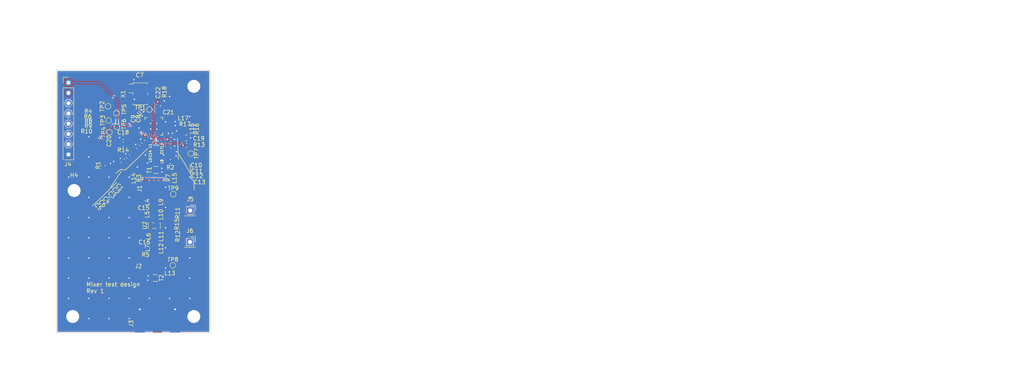
<source format=kicad_pcb>
(kicad_pcb (version 20171130) (host pcbnew 5.1.4-e60b266~84~ubuntu19.04.1)
  (title_block (title "Project Title"))
  (layers (0 F.Cu signal) (31 B.Cu signal) (34 B.Paste user) (35 F.Paste user) (36 B.SilkS user) (37 F.SilkS user) (38 B.Mask user) (39 F.Mask user) (44 Edge.Cuts user))
  (net 0 "")
  (net 1 GND)
  (net 2 "Net-(C1-Pad1)")
  (net 3 /+3V3)
  (net 4 /VVCO_3V3)
  (net 5 "Net-(C14-Pad2)")
  (net 6 "Net-(C15-Pad2)")
  (net 7 "Net-(C15-Pad1)")
  (net 8 "Net-(C16-Pad2)")
  (net 9 "Net-(C16-Pad1)")
  (net 10 "Net-(C17-Pad2)")
  (net 11 "Net-(C18-Pad1)")
  (net 12 "Net-(C19-Pad1)")
  (net 13 "Net-(C20-Pad1)")
  (net 14 "Net-(C21-Pad1)")
  (net 15 "Net-(C22-Pad1)")
  (net 16 "Net-(J1-Pad2)")
  (net 17 "Net-(J1-Pad1)")
  (net 18 "Net-(J2-Pad2)")
  (net 19 "Net-(J2-Pad1)")
  (net 20 "Net-(J4-Pad7)")
  (net 21 "Net-(J4-Pad6)")
  (net 22 "Net-(J4-Pad5)")
  (net 23 "Net-(J4-Pad4)")
  (net 24 "Net-(J4-Pad3)")
  (net 25 "Net-(J5-Pad1)")
  (net 26 "Net-(J6-Pad1)")
  (net 27 "Net-(L3-Pad2)")
  (net 28 "Net-(L5-Pad2)")
  (net 29 "Net-(L6-Pad1)")
  (net 30 "Net-(L8-Pad2)")
  (net 31 "Net-(L10-Pad2)")
  (net 32 "Net-(L11-Pad1)")
  (net 33 "Net-(L13-Pad2)")
  (net 34 "Net-(L13-Pad1)")
  (net 35 "Net-(L14-Pad2)")
  (net 36 "Net-(L16-Pad1)")
  (net 37 "Net-(L17-Pad1)")
  (net 38 "Net-(R4-Pad2)")
  (net 39 "Net-(R6-Pad2)")
  (net 40 "Net-(R8-Pad2)")
  (net 41 "Net-(R9-Pad2)")
  (net 42 "Net-(R10-Pad2)")
  (net 43 "Net-(R18-Pad1)")
  (net 44 "Net-(T1-Pad6)")
  (net 45 "Net-(T2-Pad6)")
  (net 46 "Net-(TP1-Pad1)")
  (net 47 "Net-(X1-Pad1)")
  (net 48 /LO_OUT_P)
  (net 49 /LO_OUT_N)
  (net 50 /LO_BAL_P)
  (net 51 /LO_BAL_N)
  (net 52 /RF)
  (module Capacitor_SMD:C_0402_1005Metric (layer F.Cu) (at 42.1 96.65 270)
    (fp_text reference C17 (at -0.7 -0.975 90) (layer F.SilkS) (effects (font (size 0.6 0.6))))
    (fp_text value "3.9 pF")
    (pad 2 smd roundrect (at 0.485 0 270) (size 0.59 0.64) (layers F.Cu F.Paste F.Mask) (net 10 "Net-(C17-Pad2)"))
    (pad 1 smd roundrect (at -0.485 0 270) (size 0.59 0.64) (layers F.Cu F.Paste F.Mask) (net 49 /LO_OUT_N))
  )
  (module MountingHole:MountingHole_3.2mm_M3_DIN965 (layer F.Cu) (at 21.35 105.8)
    (fp_text reference H4 (at 0 -3.8) (layer F.SilkS))
    (fp_text value MountingHole_Pad)
    (pad 1 np_thru_hole circle (at 0 0) (size 3.2 3.2) (drill 3.2) (layers *.Cu *.Mask) (net 1 GND))
  )
  (module Oscillator:Oscillator_SMD_SeikoEpson_SG8002LB-4Pin_5.0x3.2mm_HandSoldering (layer F.Cu) (at 37.75 81.85 270)
    (fp_text reference X1 (at 0.05 4.25 90) (layer F.SilkS))
    (fp_text value ECS-5032MV-100-BN-TR)
    (pad 4 smd rect (at -1.35 -1.475 270) (size 1.76 2.25) (layers F.Cu F.Paste F.Mask) (net 3 /+3V3))
    (pad 3 smd rect (at 1.35 -1.475 270) (size 1.76 2.25) (layers F.Cu F.Paste F.Mask) (net 46 "Net-(TP1-Pad1)"))
    (pad 2 smd rect (at 1.35 1.475 270) (size 1.76 2.25) (layers F.Cu F.Paste F.Mask) (net 1 GND))
    (pad 1 smd rect (at -1.35 1.475 270) (size 1.76 2.25) (layers F.Cu F.Paste F.Mask) (net 47 "Net-(X1-Pad1)"))
  )
  (module discrete_footprints:NXP_SOT143B (layer F.Cu) (at 41.2 114.5 180)
    (fp_text reference U2 (at 2.325 0.05 90) (layer F.SilkS))
    (fp_text value BAT15-099R)
    (pad 1 smd rect (at -0.75 1 180) (size 0.9 0.7) (layers F.Cu F.Paste F.Mask) (net 31 "Net-(L10-Pad2)"))
    (pad 2 smd rect (at 0.95 1 180) (size 0.7 0.7) (layers F.Cu F.Paste F.Mask) (net 28 "Net-(L5-Pad2)"))
    (pad 3 smd rect (at 0.95 -1 180) (size 0.7 0.7) (layers F.Cu F.Paste F.Mask) (net 29 "Net-(L6-Pad1)"))
    (pad 4 smd rect (at -0.95 -1 180) (size 0.7 0.7) (layers F.Cu F.Paste F.Mask) (net 32 "Net-(L11-Pad1)"))
  )
  (module discrete_footprints:Analog_CP-24-14 (layer F.Cu) (at 41.1 89.9 90)
    (fp_text reference U1 (at 3.525 -3.2 225) (layer F.SilkS))
    (fp_text value ADF4360-7BCPZ hide)
    (pad 0 smd rect (at 0 0 90) (size 2.44 2.44) (layers F.Cu F.Paste F.Mask) (net 1 GND))
    (pad 24 smd rect (at -1.25 -1.8 90) (size 0.35 0.5) (layers F.Cu F.Paste F.Mask) (net 11 "Net-(C18-Pad1)"))
    (pad 23 smd rect (at -0.75 -1.8 90) (size 0.35 0.5) (layers F.Cu F.Paste F.Mask) (net 42 "Net-(R10-Pad2)"))
    (pad 22 smd rect (at -0.25 -1.8 90) (size 0.35 0.5) (layers F.Cu F.Paste F.Mask) (net 1 GND))
    (pad 21 smd rect (at 0.25 -1.8 90) (size 0.35 0.5) (layers F.Cu F.Paste F.Mask) (net 3 /+3V3))
    (pad 20 smd rect (at 0.75 -1.8 90) (size 0.35 0.5) (layers F.Cu F.Paste F.Mask) (net 41 "Net-(R9-Pad2)"))
    (pad 19 smd rect (at 1.25 -1.8 90) (size 0.35 0.5) (layers F.Cu F.Paste F.Mask) (net 40 "Net-(R8-Pad2)"))
    (pad 18 smd rect (at 1.8 -1.25 90) (size 0.5 0.35) (layers F.Cu F.Paste F.Mask) (net 39 "Net-(R6-Pad2)"))
    (pad 17 smd rect (at 1.8 -0.75 90) (size 0.5 0.35) (layers F.Cu F.Paste F.Mask) (net 38 "Net-(R4-Pad2)"))
    (pad 16 smd rect (at 1.8 -0.25 90) (size 0.5 0.35) (layers F.Cu F.Paste F.Mask) (net 46 "Net-(TP1-Pad1)"))
    (pad 15 smd rect (at 1.8 0.25 90) (size 0.5 0.35) (layers F.Cu F.Paste F.Mask) (net 1 GND))
    (pad 14 smd rect (at 1.8 0.75 90) (size 0.5 0.35) (layers F.Cu F.Paste F.Mask) (net 15 "Net-(C22-Pad1)"))
    (pad 13 smd rect (at 1.8 1.25 90) (size 0.5 0.35) (layers F.Cu F.Paste F.Mask) (net 43 "Net-(R18-Pad1)"))
    (pad 12 smd rect (at 1.25 1.8 90) (size 0.35 0.5) (layers F.Cu F.Paste F.Mask) (net 14 "Net-(C21-Pad1)"))
    (pad 11 smd rect (at 0.75 1.8 90) (size 0.35 0.5) (layers F.Cu F.Paste F.Mask) (net 1 GND))
    (pad 10 smd rect (at 0.25 1.8 90) (size 0.35 0.5) (layers F.Cu F.Paste F.Mask) (net 37 "Net-(L17-Pad1)"))
    (pad 9 smd rect (at -0.25 1.8 90) (size 0.35 0.5) (layers F.Cu F.Paste F.Mask) (net 36 "Net-(L16-Pad1)"))
    (pad 8 smd rect (at -0.75 1.8 90) (size 0.35 0.5) (layers F.Cu F.Paste F.Mask) (net 1 GND))
    (pad 7 smd rect (at -1.25 1.8 90) (size 0.35 0.5) (layers F.Cu F.Paste F.Mask) (net 12 "Net-(C19-Pad1)"))
    (pad 6 smd rect (at -1.8 1.25 90) (size 0.5 0.35) (layers F.Cu F.Paste F.Mask) (net 4 /VVCO_3V3))
    (pad 5 smd rect (at -1.8 0.75 90) (size 0.5 0.35) (layers F.Cu F.Paste F.Mask) (net 49 /LO_OUT_N))
    (pad 4 smd rect (at -1.8 0.25 90) (size 0.5 0.35) (layers F.Cu F.Paste F.Mask) (net 48 /LO_OUT_P))
    (pad 3 smd rect (at -1.8 -0.25 90) (size 0.5 0.35) (layers F.Cu F.Paste F.Mask) (net 1 GND))
    (pad 2 smd rect (at -1.8 -0.75 90) (size 0.5 0.35) (layers F.Cu F.Paste F.Mask) (net 2 "Net-(C1-Pad1)"))
    (pad 1 smd rect (at -1.8 -1.25 90) (size 0.5 0.35) (layers F.Cu F.Paste F.Mask) (net 1 GND))
  )
  (module TestPoint:TestPoint_Pad_D1.0mm (layer F.Cu) (at 45.9 106.7)
    (fp_text reference TP9 (at 0 -1.448) (layer F.SilkS))
    (fp_text value -)
    (pad 1 smd circle (at 0 0) (size 1 1) (layers F.Cu F.Mask) (net 35 "Net-(L14-Pad2)"))
  )
  (module TestPoint:TestPoint_Pad_D1.0mm (layer F.Cu) (at 45.8 124.35)
    (fp_text reference TP8 (at 0 -1.448) (layer F.SilkS))
    (fp_text value -)
    (pad 1 smd circle (at 0 0) (size 1 1) (layers F.Cu F.Mask) (net 33 "Net-(L13-Pad2)"))
  )
  (module TestPoint:TestPoint_Pad_D1.0mm (layer F.Cu) (at 50.25 96.65 270)
    (fp_text reference TP7 (at 0 -1.448 90) (layer F.SilkS))
    (fp_text value -)
    (pad 1 smd circle (at 0 0 270) (size 1 1) (layers F.Cu F.Mask) (net 12 "Net-(C19-Pad1)"))
  )
  (module TestPoint:TestPoint_Pad_D1.0mm (layer F.Cu) (at 31.95 90.05 90)
    (fp_text reference TP6 (at 0.7 1.75 90) (layer F.SilkS))
    (fp_text value -)
    (pad 1 smd circle (at 0 0 90) (size 1 1) (layers F.Cu F.Mask) (net 41 "Net-(R9-Pad2)"))
  )
  (module TestPoint:TestPoint_Pad_D1.0mm (layer F.Cu) (at 31.85 86.65 90)
    (fp_text reference TP5 (at 0.925 1.9 90) (layer F.SilkS))
    (fp_text value -)
    (pad 1 smd circle (at 0 0 90) (size 1 1) (layers F.Cu F.Mask) (net 39 "Net-(R6-Pad2)"))
  )
  (module TestPoint:TestPoint_Pad_D1.0mm (layer F.Cu) (at 30.1 91.35 90)
    (fp_text reference TP4 (at 0 -1.448 90) (layer F.SilkS))
    (fp_text value -)
    (pad 1 smd circle (at 0 0 90) (size 1 1) (layers F.Cu F.Mask) (net 42 "Net-(R10-Pad2)"))
  )
  (module TestPoint:TestPoint_Pad_D1.0mm (layer F.Cu) (at 29.9 88.45 90)
    (fp_text reference TP3 (at 0 -1.448 90) (layer F.SilkS))
    (fp_text value -)
    (pad 1 smd circle (at 0 0 90) (size 1 1) (layers F.Cu F.Mask) (net 40 "Net-(R8-Pad2)"))
  )
  (module TestPoint:TestPoint_Pad_D1.0mm (layer F.Cu) (at 29.75 84.95 90)
    (fp_text reference TP2 (at 0 -1.448 90) (layer F.SilkS))
    (fp_text value -)
    (pad 1 smd circle (at 0 0 90) (size 1 1) (layers F.Cu F.Mask) (net 38 "Net-(R4-Pad2)"))
  )
  (module TestPoint:TestPoint_Pad_D1.0mm (layer F.Cu) (at 40 85.75)
    (fp_text reference TP1 (at -2.25 -0.475) (layer F.SilkS))
    (fp_text value -)
    (pad 1 smd circle (at 0 0) (size 1 1) (layers F.Cu F.Mask) (net 46 "Net-(TP1-Pad1)"))
  )
  (module discrete_footprints:TDK_HHM17147A1 (layer F.Cu) (at 41.4 127.45 90)
    (fp_text reference T2 (at 0 1.55 90) (layer F.SilkS))
    (fp_text value HHM17147A1)
    (pad 6 smd rect (at -0.55 -0.5 90) (size 0.3 0.5) (layers F.Cu F.Paste F.Mask) (net 45 "Net-(T2-Pad6)"))
    (pad 5 smd rect (at 0 -0.5 90) (size 0.3 0.5) (layers F.Cu F.Paste F.Mask) (net 1 GND))
    (pad 4 smd rect (at 0.55 -0.5 90) (size 0.3 0.5) (layers F.Cu F.Paste F.Mask) (net 19 "Net-(J2-Pad1)"))
    (pad 3 smd rect (at 0.55 0.5 90) (size 0.3 0.5) (layers F.Cu F.Paste F.Mask) (net 18 "Net-(J2-Pad2)"))
    (pad 2 smd rect (at 0 0.5 90) (size 0.3 0.5) (layers F.Cu F.Paste F.Mask) (net 34 "Net-(L13-Pad1)"))
    (pad 1 smd rect (at -0.55 0.5 90) (size 0.3 0.5) (layers F.Cu F.Paste F.Mask) (net 52 /RF))
  )
  (module discrete_footprints:TDK_HHM17147A1 (layer F.Cu) (at 41.55 100.7 90)
    (fp_text reference T1 (at -0.025 -1.575 90) (layer F.SilkS))
    (fp_text value HHM17147A1)
    (pad 6 smd rect (at -0.55 -0.5 90) (size 0.3 0.5) (layers F.Cu F.Paste F.Mask) (net 44 "Net-(T1-Pad6)"))
    (pad 5 smd rect (at 0 -0.5 90) (size 0.3 0.5) (layers F.Cu F.Paste F.Mask) (net 50 /LO_BAL_P))
    (pad 4 smd rect (at 0.55 -0.5 90) (size 0.3 0.5) (layers F.Cu F.Paste F.Mask) (net 27 "Net-(L3-Pad2)"))
    (pad 3 smd rect (at 0.55 0.5 90) (size 0.3 0.5) (layers F.Cu F.Paste F.Mask) (net 30 "Net-(L8-Pad2)"))
    (pad 2 smd rect (at 0 0.5 90) (size 0.3 0.5) (layers F.Cu F.Paste F.Mask) (net 1 GND))
    (pad 1 smd rect (at -0.55 0.5 90) (size 0.3 0.5) (layers F.Cu F.Paste F.Mask) (net 51 /LO_BAL_N))
  )
  (module Resistor_SMD:R_0402_1005Metric (layer F.Cu) (at 43.65 84.9 90)
    (fp_text reference R18 (at 3.525 0.075 90) (layer F.SilkS))
    (fp_text value "4k7 R")
    (pad 2 smd roundrect (at 0.485 0 90) (size 0.59 0.64) (layers F.Cu F.Paste F.Mask) (net 1 GND))
    (pad 1 smd roundrect (at -0.485 0 90) (size 0.59 0.64) (layers F.Cu F.Paste F.Mask) (net 43 "Net-(R18-Pad1)"))
  )
  (module Resistor_SMD:R_0402_1005Metric (layer F.Cu) (at 45.9 89.7)
    (fp_text reference R17 (at 2.875 -0.35) (layer F.SilkS))
    (fp_text value "470 R")
    (pad 2 smd roundrect (at 0.485 0) (size 0.59 0.64) (layers F.Cu F.Paste F.Mask) (net 1 GND))
    (pad 1 smd roundrect (at -0.485 0) (size 0.59 0.64) (layers F.Cu F.Paste F.Mask) (net 37 "Net-(L17-Pad1)"))
  )
  (module Resistor_SMD:R_0402_1005Metric (layer F.Cu) (at 45.7 91.15 270)
    (fp_text reference R16 (at -0.6 -6.025 90) (layer F.SilkS))
    (fp_text value "470 R")
    (pad 2 smd roundrect (at 0.485 0 270) (size 0.59 0.64) (layers F.Cu F.Paste F.Mask) (net 1 GND))
    (pad 1 smd roundrect (at -0.485 0 270) (size 0.59 0.64) (layers F.Cu F.Paste F.Mask) (net 36 "Net-(L16-Pad1)"))
  )
  (module Resistor_SMD:R_0402_1005Metric (layer F.Cu) (at 45.65 114.15 270)
    (fp_text reference R15 (at 0 -1.17 90) (layer F.SilkS))
    (fp_text value TBD)
    (pad 2 smd roundrect (at 0.485 0 270) (size 0.59 0.64) (layers F.Cu F.Paste F.Mask) (net 33 "Net-(L13-Pad2)"))
    (pad 1 smd roundrect (at -0.485 0 270) (size 0.59 0.64) (layers F.Cu F.Paste F.Mask) (net 35 "Net-(L14-Pad2)"))
  )
  (module Resistor_SMD:R_0603_1608Metric_Pad1.05x0.95mm_HandSolder (layer F.Cu) (at 33.5 94.35 180)
    (fp_text reference R14 (at 0 -1.43) (layer F.SilkS))
    (fp_text value "12k R")
    (pad 2 smd roundrect (at 0.875 0 180) (size 1.05 0.95) (layers F.Cu F.Paste F.Mask) (net 13 "Net-(C20-Pad1)"))
    (pad 1 smd roundrect (at -0.875 0 180) (size 1.05 0.95) (layers F.Cu F.Paste F.Mask) (net 11 "Net-(C18-Pad1)"))
  )
  (module Resistor_SMD:R_0603_1608Metric_Pad1.05x0.95mm_HandSolder (layer F.Cu) (at 49.2 94.6)
    (fp_text reference R13 (at 3.1 -0.125) (layer F.SilkS))
    (fp_text value "27k R")
    (pad 2 smd roundrect (at 0.875 0) (size 1.05 0.95) (layers F.Cu F.Paste F.Mask) (net 12 "Net-(C19-Pad1)"))
    (pad 1 smd roundrect (at -0.875 0) (size 1.05 0.95) (layers F.Cu F.Paste F.Mask) (net 11 "Net-(C18-Pad1)"))
  )
  (module Resistor_SMD:R_0402_1005Metric (layer F.Cu) (at 45.85 117.1 270)
    (fp_text reference R12 (at 0 -1.17 90) (layer F.SilkS))
    (fp_text value TBD)
    (pad 2 smd roundrect (at 0.485 0 270) (size 0.59 0.64) (layers F.Cu F.Paste F.Mask) (net 33 "Net-(L13-Pad2)"))
    (pad 1 smd roundrect (at -0.485 0 270) (size 0.59 0.64) (layers F.Cu F.Paste F.Mask) (net 26 "Net-(J6-Pad1)"))
  )
  (module Resistor_SMD:R_0402_1005Metric (layer F.Cu) (at 45.8 111.35 270)
    (fp_text reference R11 (at 0 -1.17 90) (layer F.SilkS))
    (fp_text value TBD)
    (pad 2 smd roundrect (at 0.485 0 270) (size 0.59 0.64) (layers F.Cu F.Paste F.Mask) (net 25 "Net-(J5-Pad1)"))
    (pad 1 smd roundrect (at -0.485 0 270) (size 0.59 0.64) (layers F.Cu F.Paste F.Mask) (net 35 "Net-(L14-Pad2)"))
  )
  (module Resistor_SMD:R_0402_1005Metric (layer F.Cu) (at 26.8 91)
    (fp_text reference R10 (at -2.375 0.15) (layer F.SilkS))
    (fp_text value "470 R")
    (pad 2 smd roundrect (at 0.485 0) (size 0.59 0.64) (layers F.Cu F.Paste F.Mask) (net 42 "Net-(R10-Pad2)"))
    (pad 1 smd roundrect (at -0.485 0) (size 0.59 0.64) (layers F.Cu F.Paste F.Mask) (net 20 "Net-(J4-Pad7)"))
  )
  (module Resistor_SMD:R_0402_1005Metric (layer F.Cu) (at 26.8 89.65)
    (fp_text reference R9 (at -1.95 0.125) (layer F.SilkS))
    (fp_text value "470 R")
    (pad 2 smd roundrect (at 0.485 0) (size 0.59 0.64) (layers F.Cu F.Paste F.Mask) (net 41 "Net-(R9-Pad2)"))
    (pad 1 smd roundrect (at -0.485 0) (size 0.59 0.64) (layers F.Cu F.Paste F.Mask) (net 21 "Net-(J4-Pad6)"))
  )
  (module Resistor_SMD:R_0402_1005Metric (layer F.Cu) (at 26.8 88.55)
    (fp_text reference R8 (at -1.9 0.075) (layer F.SilkS))
    (fp_text value "470 R")
    (pad 2 smd roundrect (at 0.485 0) (size 0.59 0.64) (layers F.Cu F.Paste F.Mask) (net 40 "Net-(R8-Pad2)"))
    (pad 1 smd roundrect (at -0.485 0) (size 0.59 0.64) (layers F.Cu F.Paste F.Mask) (net 22 "Net-(J4-Pad5)"))
  )
  (module Resistor_SMD:R_0402_1005Metric (layer F.Cu) (at 41.65 102.675 270)
    (fp_text reference R7 (at 0 -3 90) (layer F.SilkS))
    (fp_text value "0 R")
    (pad 2 smd roundrect (at 0.485 0 270) (size 0.59 0.64) (layers F.Cu F.Paste F.Mask) (net 16 "Net-(J1-Pad2)"))
    (pad 1 smd roundrect (at -0.485 0 270) (size 0.59 0.64) (layers F.Cu F.Paste F.Mask) (net 51 /LO_BAL_N))
  )
  (module Resistor_SMD:R_0402_1005Metric (layer F.Cu) (at 26.8 87.3)
    (fp_text reference R6 (at -2.05 0.175) (layer F.SilkS))
    (fp_text value "470 R")
    (pad 2 smd roundrect (at 0.485 0) (size 0.59 0.64) (layers F.Cu F.Paste F.Mask) (net 39 "Net-(R6-Pad2)"))
    (pad 1 smd roundrect (at -0.485 0) (size 0.59 0.64) (layers F.Cu F.Paste F.Mask) (net 23 "Net-(J4-Pad4)"))
  )
  (module Resistor_SMD:R_0402_1005Metric (layer F.Cu) (at 41.25 121.65)
    (fp_text reference R5 (at -2.225 0.025) (layer F.SilkS))
    (fp_text value TBD)
    (pad 2 smd roundrect (at 0.485 0) (size 0.59 0.64) (layers F.Cu F.Paste F.Mask) (net 18 "Net-(J2-Pad2)"))
    (pad 1 smd roundrect (at -0.485 0) (size 0.59 0.64) (layers F.Cu F.Paste F.Mask) (net 19 "Net-(J2-Pad1)"))
  )
  (module Resistor_SMD:R_0402_1005Metric (layer F.Cu) (at 26.8 86.15)
    (fp_text reference R4 (at -1.95 0.025) (layer F.SilkS))
    (fp_text value "470 R")
    (pad 2 smd roundrect (at 0.485 0) (size 0.59 0.64) (layers F.Cu F.Paste F.Mask) (net 38 "Net-(R4-Pad2)"))
    (pad 1 smd roundrect (at -0.485 0) (size 0.59 0.64) (layers F.Cu F.Paste F.Mask) (net 24 "Net-(J4-Pad3)"))
  )
  (module Resistor_SMD:R_0402_1005Metric (layer F.Cu) (at 40.55 102.7 90)
    (fp_text reference R3 (at -0.05 -3.15 90) (layer F.SilkS))
    (fp_text value "0 R")
    (pad 2 smd roundrect (at 0.485 0 90) (size 0.59 0.64) (layers F.Cu F.Paste F.Mask) (net 50 /LO_BAL_P))
    (pad 1 smd roundrect (at -0.485 0 90) (size 0.59 0.64) (layers F.Cu F.Paste F.Mask) (net 17 "Net-(J1-Pad1)"))
  )
  (module Resistor_SMD:R_0603_1608Metric_Pad1.05x0.95mm_HandSolder (layer F.Cu) (at 45.2 98.65 180)
    (fp_text reference R2 (at 0 -1.43) (layer F.SilkS))
    (fp_text value "3.3 R")
    (pad 2 smd roundrect (at 0.875 0 180) (size 1.05 0.95) (layers F.Cu F.Paste F.Mask) (net 4 /VVCO_3V3))
    (pad 1 smd roundrect (at -0.875 0 180) (size 1.05 0.95) (layers F.Cu F.Paste F.Mask) (net 3 /+3V3))
  )
  (module Resistor_SMD:R_0603_1608Metric_Pad1.05x0.95mm_HandSolder (layer F.Cu) (at 28.5 99.65 270)
    (fp_text reference R1 (at -0.1 1.225 90) (layer F.SilkS))
    (fp_text value "3.3 R")
    (pad 2 smd roundrect (at 0.875 0 270) (size 1.05 0.95) (layers F.Cu F.Paste F.Mask) (net 2 "Net-(C1-Pad1)"))
    (pad 1 smd roundrect (at -0.875 0 270) (size 1.05 0.95) (layers F.Cu F.Paste F.Mask) (net 3 /+3V3))
  )
  (module Capacitor_SMD:C_0402_1005Metric (layer F.Cu) (at 45.9 88.75)
    (fp_text reference L17 (at 2.45 -0.85) (layer F.SilkS))
    (fp_text value "3.9 nH")
    (pad 2 smd roundrect (at 0.485 0) (size 0.59 0.64) (layers F.Cu F.Paste F.Mask) (net 1 GND))
    (pad 1 smd roundrect (at -0.485 0) (size 0.59 0.64) (layers F.Cu F.Paste F.Mask) (net 37 "Net-(L17-Pad1)"))
  )
  (module Capacitor_SMD:C_0402_1005Metric (layer F.Cu) (at 44.7 91.15 270)
    (fp_text reference L16 (at -0.7 -5.775 90) (layer F.SilkS))
    (fp_text value "3.9 nH")
    (pad 2 smd roundrect (at 0.485 0 270) (size 0.59 0.64) (layers F.Cu F.Paste F.Mask) (net 1 GND))
    (pad 1 smd roundrect (at -0.485 0 270) (size 0.59 0.64) (layers F.Cu F.Paste F.Mask) (net 36 "Net-(L16-Pad1)"))
  )
  (module Capacitor_SMD:C_0402_1005Metric (layer F.Cu) (at 42.75 102.7 270)
    (fp_text reference L15 (at 0.025 -3.45 90) (layer F.SilkS))
    (fp_text value "1 uH")
    (pad 2 smd roundrect (at 0.485 0 270) (size 0.59 0.64) (layers F.Cu F.Paste F.Mask) (net 35 "Net-(L14-Pad2)"))
    (pad 1 smd roundrect (at -0.485 0 270) (size 0.59 0.64) (layers F.Cu F.Paste F.Mask) (net 51 /LO_BAL_N))
  )
  (module Capacitor_SMD:C_0402_1005Metric (layer F.Cu) (at 39.4 102.75 270)
    (fp_text reference L14 (at 0.025 3.35 90) (layer F.SilkS))
    (fp_text value "1 uH")
    (pad 2 smd roundrect (at 0.485 0 270) (size 0.59 0.64) (layers F.Cu F.Paste F.Mask) (net 35 "Net-(L14-Pad2)"))
    (pad 1 smd roundrect (at -0.485 0 270) (size 0.59 0.64) (layers F.Cu F.Paste F.Mask) (net 50 /LO_BAL_P))
  )
  (module Capacitor_SMD:C_0402_1005Metric (layer F.Cu) (at 45.05 127.45)
    (fp_text reference L13 (at 0 -1.17) (layer F.SilkS))
    (fp_text value "1 uH")
    (pad 2 smd roundrect (at 0.485 0) (size 0.59 0.64) (layers F.Cu F.Paste F.Mask) (net 33 "Net-(L13-Pad2)"))
    (pad 1 smd roundrect (at -0.485 0) (size 0.59 0.64) (layers F.Cu F.Paste F.Mask) (net 34 "Net-(L13-Pad1)"))
  )
  (module Capacitor_SMD:C_0402_1005Metric (layer F.Cu) (at 41.7 120.175 270)
    (fp_text reference L12 (at 0 -1.17 90) (layer F.SilkS))
    (fp_text value TBD)
    (pad 2 smd roundrect (at 0.485 0 270) (size 0.59 0.64) (layers F.Cu F.Paste F.Mask) (net 18 "Net-(J2-Pad2)"))
    (pad 1 smd roundrect (at -0.485 0 270) (size 0.59 0.64) (layers F.Cu F.Paste F.Mask) (net 8 "Net-(C16-Pad2)"))
  )
  (module Capacitor_SMD:C_0402_1005Metric (layer F.Cu) (at 41.725 117.15 270)
    (fp_text reference L11 (at 0 -1.17 90) (layer F.SilkS))
    (fp_text value TBD)
    (pad 2 smd roundrect (at 0.485 0 270) (size 0.59 0.64) (layers F.Cu F.Paste F.Mask) (net 8 "Net-(C16-Pad2)"))
    (pad 1 smd roundrect (at -0.485 0 270) (size 0.59 0.64) (layers F.Cu F.Paste F.Mask) (net 32 "Net-(L11-Pad1)"))
  )
  (module Capacitor_SMD:C_0402_1005Metric (layer F.Cu) (at 41.675 111.75 270)
    (fp_text reference L10 (at 0 -1.17 90) (layer F.SilkS))
    (fp_text value TBD)
    (pad 2 smd roundrect (at 0.485 0 270) (size 0.59 0.64) (layers F.Cu F.Paste F.Mask) (net 31 "Net-(L10-Pad2)"))
    (pad 1 smd roundrect (at -0.485 0 270) (size 0.59 0.64) (layers F.Cu F.Paste F.Mask) (net 6 "Net-(C15-Pad2)"))
  )
  (module Capacitor_SMD:C_0402_1005Metric (layer F.Cu) (at 41.675 108.675 270)
    (fp_text reference L9 (at 0 -1.17 90) (layer F.SilkS))
    (fp_text value TBD)
    (pad 2 smd roundrect (at 0.485 0 270) (size 0.59 0.64) (layers F.Cu F.Paste F.Mask) (net 6 "Net-(C15-Pad2)"))
    (pad 1 smd roundrect (at -0.485 0 270) (size 0.59 0.64) (layers F.Cu F.Paste F.Mask) (net 16 "Net-(J1-Pad2)"))
  )
  (module Capacitor_SMD:C_0402_1005Metric (layer F.Cu) (at 42.1 98.625 270)
    (fp_text reference L8 (at -0.025 -1 90) (layer F.SilkS) (effects (font (size 0.6 0.6))))
    (fp_text value "7.5 nH")
    (pad 2 smd roundrect (at 0.485 0 270) (size 0.59 0.64) (layers F.Cu F.Paste F.Mask) (net 30 "Net-(L8-Pad2)"))
    (pad 1 smd roundrect (at -0.485 0 270) (size 0.59 0.64) (layers F.Cu F.Paste F.Mask) (net 10 "Net-(C17-Pad2)"))
  )
  (module Capacitor_SMD:C_0402_1005Metric (layer F.Cu) (at 40.75 120.175 270)
    (fp_text reference L7 (at -0.1 1.2 90) (layer F.SilkS))
    (fp_text value TBD)
    (pad 2 smd roundrect (at 0.485 0 270) (size 0.59 0.64) (layers F.Cu F.Paste F.Mask) (net 19 "Net-(J2-Pad1)"))
    (pad 1 smd roundrect (at -0.485 0 270) (size 0.59 0.64) (layers F.Cu F.Paste F.Mask) (net 9 "Net-(C16-Pad1)"))
  )
  (module Capacitor_SMD:C_0402_1005Metric (layer F.Cu) (at 40.75 117.15 270)
    (fp_text reference L6 (at 0 0.975 90) (layer F.SilkS))
    (fp_text value TBD)
    (pad 2 smd roundrect (at 0.485 0 270) (size 0.59 0.64) (layers F.Cu F.Paste F.Mask) (net 9 "Net-(C16-Pad1)"))
    (pad 1 smd roundrect (at -0.485 0 270) (size 0.59 0.64) (layers F.Cu F.Paste F.Mask) (net 29 "Net-(L6-Pad1)"))
  )
  (module Capacitor_SMD:C_0402_1005Metric (layer F.Cu) (at 40.7 111.75 270)
    (fp_text reference L5 (at 0 1.25 90) (layer F.SilkS))
    (fp_text value TBD)
    (pad 2 smd roundrect (at 0.485 0 270) (size 0.59 0.64) (layers F.Cu F.Paste F.Mask) (net 28 "Net-(L5-Pad2)"))
    (pad 1 smd roundrect (at -0.485 0 270) (size 0.59 0.64) (layers F.Cu F.Paste F.Mask) (net 7 "Net-(C15-Pad1)"))
  )
  (module Capacitor_SMD:C_0402_1005Metric (layer F.Cu) (at 40.725 108.675 270)
    (fp_text reference L4 (at 0.025 1.25 90) (layer F.SilkS))
    (fp_text value TBD)
    (pad 2 smd roundrect (at 0.485 0 270) (size 0.59 0.64) (layers F.Cu F.Paste F.Mask) (net 7 "Net-(C15-Pad1)"))
    (pad 1 smd roundrect (at -0.485 0 270) (size 0.59 0.64) (layers F.Cu F.Paste F.Mask) (net 17 "Net-(J1-Pad1)"))
  )
  (module Capacitor_SMD:C_0402_1005Metric (layer F.Cu) (at 41.15 98.625 270)
    (fp_text reference L3 (at -0.35 0.925 90) (layer F.SilkS) (effects (font (size 0.6 0.6))))
    (fp_text value "7.5 nH")
    (pad 2 smd roundrect (at 0.485 0 270) (size 0.59 0.64) (layers F.Cu F.Paste F.Mask) (net 27 "Net-(L3-Pad2)"))
    (pad 1 smd roundrect (at -0.485 0 270) (size 0.59 0.64) (layers F.Cu F.Paste F.Mask) (net 5 "Net-(C14-Pad2)"))
  )
  (module Capacitor_SMD:C_0402_1005Metric (layer F.Cu) (at 42.1 94.6 270)
    (fp_text reference L2 (at -0.05 -1.075 90) (layer F.SilkS) (effects (font (size 0.6 0.6))))
    (fp_text value "47 nH")
    (pad 2 smd roundrect (at 0.485 0 270) (size 0.59 0.64) (layers F.Cu F.Paste F.Mask) (net 49 /LO_OUT_N))
    (pad 1 smd roundrect (at -0.485 0 270) (size 0.59 0.64) (layers F.Cu F.Paste F.Mask) (net 4 /VVCO_3V3))
  )
  (module Capacitor_SMD:C_0402_1005Metric (layer F.Cu) (at 41.15 94.6 270)
    (fp_text reference L1 (at 0.125 0.95 90) (layer F.SilkS) (effects (font (size 0.6 0.6))))
    (fp_text value "47 nH")
    (pad 2 smd roundrect (at 0.485 0 270) (size 0.59 0.64) (layers F.Cu F.Paste F.Mask) (net 48 /LO_OUT_P))
    (pad 1 smd roundrect (at -0.485 0 270) (size 0.59 0.64) (layers F.Cu F.Paste F.Mask) (net 4 /VVCO_3V3))
  )
  (module Connector_PinSocket_2.54mm:PinSocket_1x01_P2.54mm_Vertical (layer F.Cu) (at 50.05 118.55)
    (fp_text reference J6 (at 0 -2.77) (layer F.SilkS))
    (fp_text value Conn_01x01)
    (pad 1 thru_hole rect (at 0 0) (size 1.7 1.7) (drill 1) (layers *.Cu *.Mask) (net 26 "Net-(J6-Pad1)"))
  )
  (module Connector_PinSocket_2.54mm:PinSocket_1x01_P2.54mm_Vertical (layer F.Cu) (at 50.1 110.75)
    (fp_text reference J5 (at 0 -2.77) (layer F.SilkS))
    (fp_text value Conn_01x01)
    (pad 1 thru_hole rect (at 0 0) (size 1.7 1.7) (drill 1) (layers *.Cu *.Mask) (net 25 "Net-(J5-Pad1)"))
  )
  (module Connector_PinHeader_2.54mm:PinHeader_1x08_P2.54mm_Vertical (layer F.Cu) (at 19.95 79.1)
    (fp_text reference J4 (at -0.15 20.175 180) (layer F.SilkS))
    (fp_text value Conn_01x08)
    (pad 8 thru_hole oval (at 0 17.78) (size 1.7 1.7) (drill 1) (layers *.Cu *.Mask) (net 1 GND))
    (pad 7 thru_hole oval (at 0 15.24) (size 1.7 1.7) (drill 1) (layers *.Cu *.Mask) (net 20 "Net-(J4-Pad7)"))
    (pad 6 thru_hole oval (at 0 12.7) (size 1.7 1.7) (drill 1) (layers *.Cu *.Mask) (net 21 "Net-(J4-Pad6)"))
    (pad 5 thru_hole oval (at 0 10.16) (size 1.7 1.7) (drill 1) (layers *.Cu *.Mask) (net 22 "Net-(J4-Pad5)"))
    (pad 4 thru_hole oval (at 0 7.62) (size 1.7 1.7) (drill 1) (layers *.Cu *.Mask) (net 23 "Net-(J4-Pad4)"))
    (pad 3 thru_hole oval (at 0 5.08) (size 1.7 1.7) (drill 1) (layers *.Cu *.Mask) (net 24 "Net-(J4-Pad3)"))
    (pad 2 thru_hole oval (at 0 2.54) (size 1.7 1.7) (drill 1) (layers *.Cu *.Mask) (net 3 /+3V3))
    (pad 1 thru_hole rect (at 0 0) (size 1.7 1.7) (drill 1) (layers *.Cu *.Mask) (net 3 /+3V3))
  )
  (module discrete_footprints:142-0701-801-with-taper (layer F.Cu) (at 42 141.2 180)
    (fp_text reference J3 (at 6.52 2.46 90) (layer F.SilkS))
    (fp_text value SMA)
    (pad 2 smd custom (at 3.91 8.81 180) (size 0.9652 0.9652) (layers F.Cu) (net 1 GND) (options (clearance outline) (anchor rect)) (primitives (gr_poly (pts (xy -0.72 -3.73) (xy -1.24 -3.32) (xy -1.38 -3.15) (xy -1.54 -2.99) (xy -1.77 -2.68) (xy -2.13 -2.025) (xy -2.59 -0.75) (xy -3.3 1.81) (xy 1.68 1.81) (xy 1.68 -3.73)) (width 0))))
    (pad 1 smd custom (at -0.04 7.28 180) (size 0.9652 0.9652) (layers F.Cu F.Paste F.Mask) (net 52 /RF) (options (clearance outline) (anchor rect)) (primitives (gr_poly (pts (xy -0.83 0.78) (xy -1.05 -0.5) (xy -1.16 -1.14) (xy -1.215 -1.46) (xy -1.27 -1.78) (xy 1.35 -1.78) (xy 0.47 3.34) (xy -0.39 3.34)) (width 0))))
    (pad 2 smd custom (at -3.04 9.83 180) (size 0.9652 0.9652) (layers F.Cu) (net 1 GND) (options (clearance outline) (anchor rect)) (primitives (gr_poly (pts (xy -0.14 -4.75) (xy 0.38 -4.34) (xy 0.52 -4.17) (xy 0.68 -4.01) (xy 0.91 -3.7) (xy 1.27 -3.045) (xy 1.73 -1.77) (xy 2.44 0.79) (xy -2.54 0.79) (xy -2.54 -4.75)) (width 0))))
    (pad 2 smd rect (at 4.3815 2.665 180) (size 2.413 4.83) (layers F.Cu F.Paste F.Mask) (net 1 GND))
    (pad 1 smd rect (at 0 2.665 180) (size 2.286 4.83) (layers F.Cu F.Paste F.Mask) (net 52 /RF))
    (pad 2 smd rect (at -4.3815 2.665 180) (size 2.413 4.83) (layers F.Cu F.Paste F.Mask) (net 1 GND))
    (pad 1 smd trapezoid (at 0 5.16255 180) (size 2.4511 0.1651) (rect_delta 0 0.1651) (layers F.Cu F.Paste F.Mask) (net 52 /RF))
    (pad 1 smd rect (at 0 5.3721 180) (size 2.6162 0.254) (layers F.Cu F.Paste F.Mask) (net 52 /RF))
    (pad 2 thru_hole circle (at -4.3815 5.969 180) (size 0.9652 0.9652) (drill 0.4572) (layers *.Cu *.Mask) (net 1 GND))
    (pad 2 thru_hole circle (at 4.3815 5.969 180) (size 0.9652 0.9652) (drill 0.4572) (layers *.Cu *.Mask) (net 1 GND))
    (pad 2 smd rect (at -4.3815 2.65 180) (size 2.413 4.83) (layers B.Cu B.Paste B.Mask) (net 1 GND))
    (pad 2 smd rect (at 4.3815 2.665 180) (size 2.413 4.83) (layers B.Cu B.Paste B.Mask) (net 1 GND))
  )
  (module discrete_footprints:2337019-1 (layer F.Cu) (at 40.55 124.55 180)
    (fp_text reference J2 (at 3.25 0) (layer F.SilkS))
    (fp_text value UFL)
    (pad 2 smd rect (at -1.495 0 180) (size 1.05 2) (layers F.Cu F.Paste F.Mask) (net 18 "Net-(J2-Pad2)"))
    (pad 2 smd rect (at 1.495 0 180) (size 1.05 2) (layers F.Cu F.Paste F.Mask))
    (pad 1 smd rect (at 0 1.525 180) (size 1 1.05) (layers F.Cu F.Paste F.Mask) (net 19 "Net-(J2-Pad1)"))
  )
  (module discrete_footprints:2337019-1 (layer F.Cu) (at 40.5 105.4)
    (fp_text reference J1 (at -2.95 -0.075 90) (layer F.SilkS))
    (fp_text value UFL)
    (pad 2 smd rect (at -1.495 0) (size 1.05 2) (layers F.Cu F.Paste F.Mask))
    (pad 2 smd rect (at 1.495 0) (size 1.05 2) (layers F.Cu F.Paste F.Mask) (net 16 "Net-(J1-Pad2)"))
    (pad 1 smd rect (at 0 1.525) (size 1 1.05) (layers F.Cu F.Paste F.Mask) (net 17 "Net-(J1-Pad1)"))
  )
  (module MountingHole:MountingHole_3.2mm_M3_DIN965 (layer F.Cu) (at 21 137)
    (fp_text reference H3 hide)
    (fp_text value MountingHole_Pad hide)
    (pad 1 np_thru_hole circle (at 0 0) (size 3.2 3.2) (drill 3.2) (layers *.Cu *.Mask) (net 1 GND))
  )
  (module MountingHole:MountingHole_3.2mm_M3_DIN965 (layer F.Cu) (at 51 137)
    (fp_text reference H2 hide)
    (fp_text value MountingHole_Pad hide)
    (pad 1 np_thru_hole circle (at 0 0) (size 3.2 3.2) (drill 3.2) (layers *.Cu *.Mask) (net 1 GND))
  )
  (module MountingHole:MountingHole_3.2mm_M3_DIN965 (layer F.Cu) (at 51 80)
    (fp_text reference H1 hide)
    (fp_text value MountingHole_Pad hide)
    (pad 1 np_thru_hole circle (at 0 0) (size 3.2 3.2) (drill 3.2) (layers *.Cu *.Mask) (net 1 GND))
  )
  (module Capacitor_SMD:C_0805_2012Metric_Pad1.15x1.40mm_HandSolder (layer F.Cu) (at 42.05 84.85 90)
    (fp_text reference C22 (at 3.275 0.1 90) (layer F.SilkS))
    (fp_text value "10 uF")
    (pad 2 smd roundrect (at 1.025 0 90) (size 1.15 1.4) (layers F.Cu F.Paste F.Mask) (roundrect_rratio 0.217391) (net 4 /VVCO_3V3))
    (pad 1 smd roundrect (at -1.025 0 90) (size 1.15 1.4) (layers F.Cu F.Paste F.Mask) (roundrect_rratio 0.217391) (net 15 "Net-(C22-Pad1)"))
  )
  (module Capacitor_SMD:C_0402_1005Metric (layer F.Cu) (at 44.685 87.6)
    (fp_text reference C21 (at 0 -1.17) (layer F.SilkS))
    (fp_text value "10 nF")
    (pad 2 smd roundrect (at 0.485 0) (size 0.59 0.64) (layers F.Cu F.Paste F.Mask) (net 1 GND))
    (pad 1 smd roundrect (at -0.485 0) (size 0.59 0.64) (layers F.Cu F.Paste F.Mask) (net 14 "Net-(C21-Pad1)"))
  )
  (module Capacitor_SMD:C_0402_1005Metric (layer F.Cu) (at 31.15 93.55 90)
    (fp_text reference C20 (at 0 -1.17 90) (layer F.SilkS))
    (fp_text value "360 pF")
    (pad 2 smd roundrect (at 0.485 0 90) (size 0.59 0.64) (layers F.Cu F.Paste F.Mask) (net 1 GND))
    (pad 1 smd roundrect (at -0.485 0 90) (size 0.59 0.64) (layers F.Cu F.Paste F.Mask) (net 13 "Net-(C20-Pad1)"))
  )
  (module Capacitor_SMD:C_0805_2012Metric_Pad1.15x1.40mm_HandSolder (layer F.Cu) (at 49.15 92.75)
    (fp_text reference C19 (at 3.05 0.15) (layer F.SilkS))
    (fp_text value "12 pF")
    (pad 2 smd roundrect (at 1.025 0) (size 1.15 1.4) (layers F.Cu F.Paste F.Mask) (roundrect_rratio 0.217391) (net 1 GND))
    (pad 1 smd roundrect (at -1.025 0) (size 1.15 1.4) (layers F.Cu F.Paste F.Mask) (roundrect_rratio 0.217391) (net 12 "Net-(C19-Pad1)"))
  )
  (module Capacitor_SMD:C_0603_1608Metric_Pad1.05x0.95mm_HandSolder (layer F.Cu) (at 33.5 92.7 180)
    (fp_text reference C18 (at 0.025 1.3) (layer F.SilkS))
    (fp_text value "27 pF")
    (pad 2 smd roundrect (at 0.875 0 180) (size 1.05 0.95) (layers F.Cu F.Paste F.Mask) (net 1 GND))
    (pad 1 smd roundrect (at -0.875 0 180) (size 1.05 0.95) (layers F.Cu F.Paste F.Mask) (net 11 "Net-(C18-Pad1)"))
  )
  (module Capacitor_SMD:C_0402_1005Metric (layer F.Cu) (at 41.225 118.65)
    (fp_text reference C16 (at -2.475 -0.05) (layer F.SilkS))
    (fp_text value TBD)
    (pad 2 smd roundrect (at 0.485 0) (size 0.59 0.64) (layers F.Cu F.Paste F.Mask) (net 8 "Net-(C16-Pad2)"))
    (pad 1 smd roundrect (at -0.485 0) (size 0.59 0.64) (layers F.Cu F.Paste F.Mask) (net 9 "Net-(C16-Pad1)"))
  )
  (module Capacitor_SMD:C_0402_1005Metric (layer F.Cu) (at 41.2 110.15)
    (fp_text reference C15 (at -2.65 -0.05) (layer F.SilkS))
    (fp_text value TBD)
    (pad 2 smd roundrect (at 0.485 0) (size 0.59 0.64) (layers F.Cu F.Paste F.Mask) (net 6 "Net-(C15-Pad2)"))
    (pad 1 smd roundrect (at -0.485 0) (size 0.59 0.64) (layers F.Cu F.Paste F.Mask) (net 7 "Net-(C15-Pad1)"))
  )
  (module Capacitor_SMD:C_0402_1005Metric (layer F.Cu) (at 41.15 96.65 270)
    (fp_text reference C14 (at 0.05 0.925 90) (layer F.SilkS) (effects (font (size 0.6 0.6))))
    (fp_text value "3.9 pF")
    (pad 2 smd roundrect (at 0.485 0 270) (size 0.59 0.64) (layers F.Cu F.Paste F.Mask) (net 5 "Net-(C14-Pad2)"))
    (pad 1 smd roundrect (at -0.485 0 270) (size 0.59 0.64) (layers F.Cu F.Paste F.Mask) (net 48 /LO_OUT_P))
  )
  (module Capacitor_SMD:C_0402_1005Metric (layer F.Cu) (at 45.2 97.2)
    (fp_text reference C13 (at 7.225 6.525) (layer F.SilkS))
    (fp_text value "10 nF")
    (pad 2 smd roundrect (at 0.485 0) (size 0.59 0.64) (layers F.Cu F.Paste F.Mask) (net 1 GND))
    (pad 1 smd roundrect (at -0.485 0) (size 0.59 0.64) (layers F.Cu F.Paste F.Mask) (net 4 /VVCO_3V3))
  )
  (module Capacitor_SMD:C_0402_1005Metric (layer F.Cu) (at 45.2 96.15)
    (fp_text reference C12 (at 6.65 6.05) (layer F.SilkS))
    (fp_text value "10 nF")
    (pad 2 smd roundrect (at 0.485 0) (size 0.59 0.64) (layers F.Cu F.Paste F.Mask) (net 1 GND))
    (pad 1 smd roundrect (at -0.485 0) (size 0.59 0.64) (layers F.Cu F.Paste F.Mask) (net 4 /VVCO_3V3))
  )
  (module Capacitor_SMD:C_0603_1608Metric_Pad1.05x0.95mm_HandSolder (layer F.Cu) (at 45.35 94.75)
    (fp_text reference C11 (at 6.4 6.225) (layer F.SilkS))
    (fp_text value "100 pF")
    (pad 2 smd roundrect (at 0.875 0) (size 1.05 0.95) (layers F.Cu F.Paste F.Mask) (net 1 GND))
    (pad 1 smd roundrect (at -0.875 0) (size 1.05 0.95) (layers F.Cu F.Paste F.Mask) (net 4 /VVCO_3V3))
  )
  (module Capacitor_SMD:C_0603_1608Metric_Pad1.05x0.95mm_HandSolder (layer F.Cu) (at 45.35 93.15)
    (fp_text reference C10 (at 6.25 6.4) (layer F.SilkS))
    (fp_text value "100 pF")
    (pad 2 smd roundrect (at 0.875 0) (size 1.05 0.95) (layers F.Cu F.Paste F.Mask) (net 1 GND))
    (pad 1 smd roundrect (at -0.875 0) (size 1.05 0.95) (layers F.Cu F.Paste F.Mask) (net 4 /VVCO_3V3))
  )
  (module Capacitor_SMD:C_0402_1005Metric (layer F.Cu) (at 36.3 89.9 270)
    (fp_text reference C9 (at -1.875 0.275 90) (layer F.SilkS))
    (fp_text value "0.1 uF")
    (pad 2 smd roundrect (at 0.485 0 270) (size 0.59 0.64) (layers F.Cu F.Paste F.Mask) (net 1 GND))
    (pad 1 smd roundrect (at -0.485 0 270) (size 0.59 0.64) (layers F.Cu F.Paste F.Mask) (net 3 /+3V3))
  )
  (module Capacitor_SMD:C_0402_1005Metric (layer F.Cu) (at 37.45 89.85 270)
    (fp_text reference C8 (at -1.825 0.175 90) (layer F.SilkS))
    (fp_text value "0.1 uF")
    (pad 2 smd roundrect (at 0.485 0 270) (size 0.59 0.64) (layers F.Cu F.Paste F.Mask) (net 1 GND))
    (pad 1 smd roundrect (at -0.485 0 270) (size 0.59 0.64) (layers F.Cu F.Paste F.Mask) (net 3 /+3V3))
  )
  (module Capacitor_SMD:C_0402_1005Metric (layer F.Cu) (at 37.6 78.35 180)
    (fp_text reference C7 (at 0 1.125) (layer F.SilkS))
    (fp_text value "0.1 uF")
    (pad 2 smd roundrect (at 0.485 0 180) (size 0.59 0.64) (layers F.Cu F.Paste F.Mask) (net 1 GND))
    (pad 1 smd roundrect (at -0.485 0 180) (size 0.59 0.64) (layers F.Cu F.Paste F.Mask) (net 3 /+3V3))
  )
  (module Capacitor_SMD:C_0402_1005Metric (layer F.Cu) (at 32.15 99.365 135)
    (fp_text reference C6 (at -4.125968 -9.464624 135) (layer F.SilkS))
    (fp_text value "10 nF")
    (pad 2 smd roundrect (at 0.485 0 135) (size 0.59 0.64) (layers F.Cu F.Paste F.Mask) (net 1 GND))
    (pad 1 smd roundrect (at -0.485 0 135) (size 0.59 0.64) (layers F.Cu F.Paste F.Mask) (net 2 "Net-(C1-Pad1)"))
  )
  (module Capacitor_SMD:C_0402_1005Metric (layer F.Cu) (at 31.25 100.215 135)
    (fp_text reference C5 (at -4.002224 -9.517657 135) (layer F.SilkS))
    (fp_text value "10 nF")
    (pad 2 smd roundrect (at 0.485 0 135) (size 0.59 0.64) (layers F.Cu F.Paste F.Mask) (net 1 GND))
    (pad 1 smd roundrect (at -0.485 0 135) (size 0.59 0.64) (layers F.Cu F.Paste F.Mask) (net 2 "Net-(C1-Pad1)"))
  )
  (module Capacitor_SMD:C_0603_1608Metric_Pad1.05x0.95mm_HandSolder (layer F.Cu) (at 33.4 98.45 135)
    (fp_text reference C4 (at -3.995153 -9.687363 135) (layer F.SilkS))
    (fp_text value "100 pF")
    (pad 2 smd roundrect (at 0.875 0 135) (size 1.05 0.95) (layers F.Cu F.Paste F.Mask) (net 1 GND))
    (pad 1 smd roundrect (at -0.875 0 135) (size 1.05 0.95) (layers F.Cu F.Paste F.Mask) (net 2 "Net-(C1-Pad1)"))
  )
  (module Capacitor_SMD:C_0603_1608Metric_Pad1.05x0.95mm_HandSolder (layer F.Cu) (at 34.75 97.35 135)
    (fp_text reference C3 (at -3.800699 -9.63433 135) (layer F.SilkS))
    (fp_text value "100 pF")
    (pad 2 smd roundrect (at 0.875 0 135) (size 1.05 0.95) (layers F.Cu F.Paste F.Mask) (net 1 GND))
    (pad 1 smd roundrect (at -0.875 0 135) (size 1.05 0.95) (layers F.Cu F.Paste F.Mask) (net 2 "Net-(C1-Pad1)"))
  )
  (module Capacitor_SMD:C_0603_1608Metric_Pad1.05x0.95mm_HandSolder (layer F.Cu) (at 37.2 95 135)
    (fp_text reference C2 (at -3.729988 -11.614229 135) (layer F.SilkS))
    (fp_text value "100 pF")
    (pad 2 smd roundrect (at 0.875 0 135) (size 1.05 0.95) (layers F.Cu F.Paste F.Mask) (net 1 GND))
    (pad 1 smd roundrect (at -0.875 0 135) (size 1.05 0.95) (layers F.Cu F.Paste F.Mask) (net 2 "Net-(C1-Pad1)"))
  )
  (module Capacitor_SMD:C_0603_1608Metric_Pad1.05x0.95mm_HandSolder (layer F.Cu) (at 38.45 93.75 135)
    (fp_text reference C1 (at -3.800699 -12.038493 135) (layer F.SilkS))
    (fp_text value "100 pF")
    (pad 2 smd roundrect (at 0.875 0 135) (size 1.05 0.95) (layers F.Cu F.Paste F.Mask) (net 1 GND))
    (pad 1 smd roundrect (at -0.875 0 135) (size 1.05 0.95) (layers F.Cu F.Paste F.Mask) (net 2 "Net-(C1-Pad1)"))
  )
  (gr_text "Mixer test design\nRev 1" (at 24.275 129.875) (layer F.SilkS) (effects (font (size 1.016 1.016) (thickness 0.1524)) (justify left)))
  (gr_line (start 32.975 101.125) (end 30.35 105.05) (layer F.SilkS) (width 0.1524))
  (gr_line (start 31.9 103.775) (end 25.9 109.625) (layer F.SilkS) (width 0.1524))
  (gr_line (start 32.9 100.575) (end 31.65 101.525) (layer F.SilkS) (width 0.1524))
  (gr_line (start 34.075 100.7) (end 32.9 100.575) (layer F.SilkS) (width 0.1524))
  (gr_line (start 39.575 95.375) (end 34.075 100.7) (layer F.SilkS) (width 0.1524))
  (gr_line (start 50.125 101.5) (end 47.4 96.9) (layer F.SilkS) (width 0.1524))
  (gr_line (start 51 103.375) (end 51.075 105.575) (layer F.SilkS) (width 0.1524))
  (gr_line (start 50.375 102.875) (end 51 103.375) (layer F.SilkS) (width 0.1524))
  (gr_line (start 50.025 99.35) (end 50.375 102.875) (layer F.SilkS) (width 0.1524))
  (gr_line (start 46.925 92.85) (end 47.2 98.075) (layer F.SilkS) (width 0.1524))
  (gr_line (start 17 141) (end 17 76) (layer Edge.Cuts) (width 0.1524))
  (gr_line (start 55 141) (end 17 141) (layer Edge.Cuts) (width 0.1524))
  (gr_line (start 55 76) (end 55 141) (layer Edge.Cuts) (width 0.1524))
  (gr_line (start 17 76) (end 55 76) (layer Edge.Cuts) (width 0.1524))
  (via (at 45 132.5) (size 0.6858) (drill 0.3302) (layers F.Cu B.Cu) (net 1))
  (via (at 40 132.5) (size 0.6858) (drill 0.3302) (layers F.Cu B.Cu) (net 1))
  (via (at 40.3 89.2) (size 0.6858) (drill 0.3302) (layers F.Cu B.Cu) (net 1))
  (segment (start 40.85 91.7) (end 40.85 90.15) (width 0.254) (layer F.Cu) (net 1))
  (segment (start 40.85 90.15) (end 41.1 89.9) (width 0.254) (layer F.Cu) (net 1))
  (segment (start 39.3 90.15) (end 40.85 90.15) (width 0.254) (layer F.Cu) (net 1))
  (segment (start 41.85 90.65) (end 41.825 90.625) (width 0.254) (layer F.Cu) (net 1))
  (segment (start 42.9 90.65) (end 41.85 90.65) (width 0.254) (layer F.Cu) (net 1))
  (segment (start 41.85 89.15) (end 41.8 89.2) (width 0.254) (layer F.Cu) (net 1))
  (segment (start 42.9 89.15) (end 41.85 89.15) (width 0.254) (layer F.Cu) (net 1))
  (segment (start 41.35 89.65) (end 41.1 89.9) (width 0.254) (layer F.Cu) (net 1))
  (segment (start 41.35 88.1) (end 41.35 89.65) (width 0.254) (layer F.Cu) (net 1))
  (segment (start 39.262564 91.7) (end 37.831282 93.131282) (width 0.254) (layer F.Cu) (net 1))
  (segment (start 39.85 91.7) (end 39.262564 91.7) (width 0.254) (layer F.Cu) (net 1))
  (segment (start 37.647824 93.131282) (end 37.831282 93.131282) (width 0.508) (layer F.Cu) (net 1))
  (segment (start 30.907053 99.872053) (end 37.647824 93.131282) (width 0.508) (layer F.Cu) (net 1))
  (segment (start 31.515 92.7) (end 31.15 93.065) (width 0.508) (layer F.Cu) (net 1))
  (segment (start 32.625 92.7) (end 31.515 92.7) (width 0.508) (layer F.Cu) (net 1))
  (via (at 50.175 92.75) (size 0.6858) (drill 0.3302) (layers F.Cu B.Cu) (net 1))
  (via (at 46.7 96.2) (size 0.6858) (drill 0.3302) (layers F.Cu B.Cu) (net 1))
  (segment (start 45.685 96.15) (end 46.65 96.15) (width 0.508) (layer F.Cu) (net 1))
  (segment (start 46.65 96.15) (end 46.7 96.2) (width 0.508) (layer F.Cu) (net 1))
  (via (at 46.6 97.25) (size 0.6858) (drill 0.3302) (layers F.Cu B.Cu) (net 1))
  (segment (start 45.685 97.2) (end 46.55 97.2) (width 0.508) (layer F.Cu) (net 1))
  (segment (start 46.55 97.2) (end 46.6 97.25) (width 0.508) (layer F.Cu) (net 1))
  (via (at 46.225 94.75) (size 0.6858) (drill 0.3302) (layers F.Cu B.Cu) (net 1))
  (segment (start 42.05 100.7) (end 42.65 100.7) (width 0.254) (layer F.Cu) (net 1))
  (via (at 43.05 100.3) (size 0.6858) (drill 0.3302) (layers F.Cu B.Cu) (net 1))
  (segment (start 42.65 100.7) (end 43.05 100.3) (width 0.254) (layer F.Cu) (net 1))
  (via (at 43.1 101.2) (size 0.6858) (drill 0.3302) (layers F.Cu B.Cu) (net 1))
  (segment (start 42.05 100.7) (end 42.6 100.7) (width 0.254) (layer F.Cu) (net 1))
  (segment (start 42.6 100.7) (end 43.1 101.2) (width 0.254) (layer F.Cu) (net 1))
  (via (at 36.581282 94.381282) (size 0.6858) (drill 0.3302) (layers F.Cu B.Cu) (net 1))
  (via (at 37.831282 93.131282) (size 0.6858) (drill 0.3302) (layers F.Cu B.Cu) (net 1))
  (via (at 34.131282 96.731282) (size 0.6858) (drill 0.3302) (layers F.Cu B.Cu) (net 1))
  (via (at 32.781282 97.831282) (size 0.6858) (drill 0.3302) (layers F.Cu B.Cu) (net 1))
  (via (at 31.15 98.6) (size 0.6858) (drill 0.3302) (layers F.Cu B.Cu) (net 1))
  (segment (start 31.807053 99.022053) (end 31.572053 99.022053) (width 0.254) (layer F.Cu) (net 1))
  (segment (start 31.572053 99.022053) (end 31.15 98.6) (width 0.254) (layer F.Cu) (net 1))
  (via (at 30.35 99.1) (size 0.6858) (drill 0.3302) (layers F.Cu B.Cu) (net 1))
  (segment (start 30.907053 99.872053) (end 30.907053 99.657053) (width 0.254) (layer F.Cu) (net 1))
  (segment (start 30.907053 99.657053) (end 30.35 99.1) (width 0.254) (layer F.Cu) (net 1))
  (segment (start 42.9 90.65) (end 43.715 90.65) (width 0.254) (layer F.Cu) (net 1))
  (segment (start 42.9 89.15) (end 43.62 89.15) (width 0.254) (layer F.Cu) (net 1))
  (segment (start 44.185 88.585) (end 43.985 88.785) (width 0.254) (layer F.Cu) (net 1))
  (via (at 43.985 88.785) (size 0.6858) (drill 0.3302) (layers F.Cu B.Cu) (net 1))
  (segment (start 44.185 88.585) (end 45.17 87.6) (width 0.254) (layer F.Cu) (net 1))
  (segment (start 43.62 89.15) (end 43.985 88.785) (width 0.254) (layer F.Cu) (net 1))
  (via (at 46.385 88.75) (size 0.6858) (drill 0.3302) (layers F.Cu B.Cu) (net 1))
  (via (at 46.385 89.7) (size 0.6858) (drill 0.3302) (layers F.Cu B.Cu) (net 1))
  (via (at 43.7 83.6) (size 0.6858) (drill 0.3302) (layers F.Cu B.Cu) (net 1))
  (segment (start 43.65 84.415) (end 43.65 83.65) (width 0.254) (layer F.Cu) (net 1))
  (segment (start 43.65 83.65) (end 43.7 83.6) (width 0.254) (layer F.Cu) (net 1))
  (segment (start 43.715 90.65) (end 44.7 91.635) (width 0.254) (layer F.Cu) (net 1))
  (via (at 44.7 91.635) (size 0.6858) (drill 0.3302) (layers F.Cu B.Cu) (net 1))
  (via (at 45.7 91.635) (size 0.6858) (drill 0.3302) (layers F.Cu B.Cu) (net 1))
  (segment (start 36.52 83.2) (end 36.275 83.2) (width 0.254) (layer F.Cu) (net 1))
  (segment (start 37.679401 79.334401) (end 37.679401 82.040599) (width 0.254) (layer F.Cu) (net 1))
  (segment (start 37.115 78.77) (end 37.679401 79.334401) (width 0.254) (layer F.Cu) (net 1))
  (segment (start 37.679401 82.040599) (end 36.52 83.2) (width 0.254) (layer F.Cu) (net 1))
  (segment (start 37.115 78.35) (end 37.115 78.77) (width 0.254) (layer F.Cu) (net 1))
  (segment (start 46.225 95.61) (end 45.685 96.15) (width 0.508) (layer F.Cu) (net 1))
  (segment (start 46.225 94.75) (end 46.225 95.61) (width 0.508) (layer F.Cu) (net 1))
  (segment (start 45.685 96.15) (end 45.685 97.2) (width 0.508) (layer F.Cu) (net 1))
  (via (at 39.700014 126.95) (size 0.6858) (drill 0.3302) (layers F.Cu B.Cu) (net 1))
  (segment (start 40.9 127.45) (end 40.200014 127.45) (width 0.254) (layer F.Cu) (net 1))
  (segment (start 40.042913 127.292899) (end 39.700014 126.95) (width 0.254) (layer F.Cu) (net 1))
  (segment (start 40.200014 127.45) (end 40.042913 127.292899) (width 0.254) (layer F.Cu) (net 1))
  (via (at 39.550006 128) (size 0.6858) (drill 0.3302) (layers F.Cu B.Cu) (net 1))
  (segment (start 40.100006 127.45) (end 39.892905 127.657101) (width 0.254) (layer F.Cu) (net 1))
  (segment (start 39.892905 127.657101) (end 39.550006 128) (width 0.254) (layer F.Cu) (net 1))
  (segment (start 40.9 127.45) (end 40.100006 127.45) (width 0.254) (layer F.Cu) (net 1))
  (segment (start 46.385 88.33) (end 46.385 88.75) (width 0.508) (layer F.Cu) (net 1))
  (segment (start 45.655 87.6) (end 46.385 88.33) (width 0.508) (layer F.Cu) (net 1))
  (segment (start 45.17 87.6) (end 45.655 87.6) (width 0.508) (layer F.Cu) (net 1))
  (segment (start 46.385 88.75) (end 46.385 89.7) (width 0.508) (layer F.Cu) (net 1))
  (segment (start 44.7 91.635) (end 45.7 91.635) (width 0.508) (layer F.Cu) (net 1))
  (segment (start 46.719168 90.034168) (end 46.385 89.7) (width 0.508) (layer F.Cu) (net 1))
  (segment (start 46.12 91.635) (end 46.719168 91.035832) (width 0.508) (layer F.Cu) (net 1))
  (segment (start 46.719168 91.035832) (end 46.719168 90.034168) (width 0.508) (layer F.Cu) (net 1))
  (segment (start 45.7 91.635) (end 46.12 91.635) (width 0.508) (layer F.Cu) (net 1))
  (via (at 46.719168 91.035832) (size 0.6858) (drill 0.3302) (layers F.Cu B.Cu) (net 1))
  (segment (start 37.635 90.15) (end 37.45 90.335) (width 0.254) (layer F.Cu) (net 1))
  (segment (start 39.3 90.15) (end 37.635 90.15) (width 0.254) (layer F.Cu) (net 1))
  (via (at 37.45 90.335) (size 0.6858) (drill 0.3302) (layers F.Cu B.Cu) (net 1))
  (segment (start 36.98 90.385) (end 36.535 90.385) (width 0.508) (layer F.Cu) (net 1))
  (segment (start 37.45 90.335) (end 37.03 90.335) (width 0.508) (layer F.Cu) (net 1))
  (segment (start 37.03 90.335) (end 36.98 90.385) (width 0.508) (layer F.Cu) (net 1))
  (segment (start 36.3 90.385) (end 36.535 90.385) (width 0.254) (layer F.Cu) (net 1))
  (via (at 32.625 92.7) (size 0.6858) (drill 0.3302) (layers F.Cu B.Cu) (net 1))
  (segment (start 28.445 96.88) (end 32.625 92.7) (width 0.508) (layer B.Cu) (net 1))
  (segment (start 19.95 96.88) (end 28.445 96.88) (width 0.508) (layer B.Cu) (net 1))
  (segment (start 34.9 92.7) (end 36.581282 94.381282) (width 0.508) (layer B.Cu) (net 1))
  (segment (start 32.625 92.7) (end 34.9 92.7) (width 0.508) (layer B.Cu) (net 1))
  (segment (start 41.8 89.2) (end 41.1 89.9) (width 0.254) (layer F.Cu) (net 1))
  (via (at 41.8 89.2) (size 0.6858) (drill 0.3302) (layers F.Cu B.Cu) (net 1))
  (segment (start 41.825 90.625) (end 41.1 89.9) (width 0.254) (layer F.Cu) (net 1))
  (via (at 41.825 90.625) (size 0.6858) (drill 0.3302) (layers F.Cu B.Cu) (net 1))
  (segment (start 35.085 92.7) (end 37.45 90.335) (width 0.508) (layer B.Cu) (net 1))
  (segment (start 34.9 92.7) (end 35.085 92.7) (width 0.508) (layer B.Cu) (net 1))
  (via (at 36.275 83.2) (size 0.6858) (drill 0.3302) (layers F.Cu B.Cu) (net 1))
  (via (at 36.15 78.35) (size 0.6858) (drill 0.3302) (layers F.Cu B.Cu) (net 1))
  (segment (start 37.115 78.35) (end 36.15 78.35) (width 0.508) (layer F.Cu) (net 1))
  (via (at 46.225 93.15) (size 0.6858) (drill 0.3302) (layers F.Cu B.Cu) (net 1))
  (segment (start 46.225 93.15) (end 46.225 94.75) (width 0.508) (layer F.Cu) (net 1))
  (segment (start 46.225 92.16) (end 45.7 91.635) (width 1.27) (layer B.Cu) (net 1))
  (segment (start 46.225 93.15) (end 46.225 92.16) (width 1.27) (layer B.Cu) (net 1))
  (segment (start 49.435 92.75) (end 46.385 89.7) (width 1.27) (layer B.Cu) (net 1))
  (segment (start 50.175 92.75) (end 49.435 92.75) (width 1.27) (layer B.Cu) (net 1))
  (segment (start 43.7 88.5) (end 43.985 88.785) (width 1.27) (layer B.Cu) (net 1))
  (segment (start 43.7 83.6) (end 43.7 88.5) (width 1.27) (layer B.Cu) (net 1))
  (segment (start 43.55 100.3) (end 46.6 97.25) (width 1.27) (layer B.Cu) (net 1))
  (segment (start 43.05 100.3) (end 43.55 100.3) (width 1.27) (layer B.Cu) (net 1))
  (segment (start 37.45 85.875) (end 36.275 84.7) (width 0.508) (layer B.Cu) (net 1))
  (segment (start 37.45 90.335) (end 37.45 85.875) (width 0.508) (layer B.Cu) (net 1))
  (segment (start 36.275 84.7) (end 36.275 83.2) (width 0.508) (layer B.Cu) (net 1))
  (segment (start 36.275 78.475) (end 36.15 78.35) (width 0.508) (layer B.Cu) (net 1))
  (segment (start 36.275 83.2) (end 36.275 78.475) (width 0.508) (layer B.Cu) (net 1))
  (segment (start 37.908 83.2) (end 39.008 82.1) (width 0.508) (layer B.Cu) (net 1))
  (segment (start 36.275 83.2) (end 37.908 83.2) (width 0.508) (layer B.Cu) (net 1))
  (segment (start 42.2 82.1) (end 43.7 83.6) (width 0.508) (layer B.Cu) (net 1))
  (segment (start 39.008 82.1) (end 42.2 82.1) (width 0.508) (layer B.Cu) (net 1))
  (segment (start 46.185 89.9) (end 46.385 89.7) (width 0.508) (layer B.Cu) (net 1))
  (via (at 25 137.5) (size 0.6858) (drill 0.3302) (layers F.Cu B.Cu) (net 1))
  (via (at 30 137.5) (size 0.6858) (drill 0.3302) (layers F.Cu B.Cu) (net 1))
  (via (at 35 137.5) (size 0.6858) (drill 0.3302) (layers F.Cu B.Cu) (net 1))
  (via (at 35 132.5) (size 0.6858) (drill 0.3302) (layers F.Cu B.Cu) (net 1))
  (via (at 35 127.5) (size 0.6858) (drill 0.3302) (layers F.Cu B.Cu) (net 1))
  (via (at 35 122.5) (size 0.6858) (drill 0.3302) (layers F.Cu B.Cu) (net 1))
  (via (at 35 117.5) (size 0.6858) (drill 0.3302) (layers F.Cu B.Cu) (net 1))
  (via (at 35 112.5) (size 0.6858) (drill 0.3302) (layers F.Cu B.Cu) (net 1))
  (via (at 35 107.5) (size 0.6858) (drill 0.3302) (layers F.Cu B.Cu) (net 1))
  (via (at 35 102.5) (size 0.6858) (drill 0.3302) (layers F.Cu B.Cu) (net 1))
  (via (at 30 102.5) (size 0.6858) (drill 0.3302) (layers F.Cu B.Cu) (net 1))
  (via (at 30 107.5) (size 0.6858) (drill 0.3302) (layers F.Cu B.Cu) (net 1))
  (via (at 30 112.5) (size 0.6858) (drill 0.3302) (layers F.Cu B.Cu) (net 1))
  (via (at 30 117.5) (size 0.6858) (drill 0.3302) (layers F.Cu B.Cu) (net 1))
  (via (at 30 122.5) (size 0.6858) (drill 0.3302) (layers F.Cu B.Cu) (net 1))
  (via (at 30 127.5) (size 0.6858) (drill 0.3302) (layers F.Cu B.Cu) (net 1))
  (via (at 30 132.5) (size 0.6858) (drill 0.3302) (layers F.Cu B.Cu) (net 1))
  (via (at 25 132.5) (size 0.6858) (drill 0.3302) (layers F.Cu B.Cu) (net 1))
  (via (at 25 127.5) (size 0.6858) (drill 0.3302) (layers F.Cu B.Cu) (net 1))
  (via (at 25 122.5) (size 0.6858) (drill 0.3302) (layers F.Cu B.Cu) (net 1))
  (via (at 25 117.5) (size 0.6858) (drill 0.3302) (layers F.Cu B.Cu) (net 1))
  (via (at 25 112.5) (size 0.6858) (drill 0.3302) (layers F.Cu B.Cu) (net 1))
  (via (at 25 107.5) (size 0.6858) (drill 0.3302) (layers F.Cu B.Cu) (net 1))
  (via (at 25 102.5) (size 0.6858) (drill 0.3302) (layers F.Cu B.Cu) (net 1))
  (via (at 25 97.5) (size 0.6858) (drill 0.3302) (layers F.Cu B.Cu) (net 1))
  (via (at 25 92.5) (size 0.6858) (drill 0.3302) (layers F.Cu B.Cu) (net 1))
  (via (at 20 102.5) (size 0.6858) (drill 0.3302) (layers F.Cu B.Cu) (net 1))
  (via (at 20 112.5) (size 0.6858) (drill 0.3302) (layers F.Cu B.Cu) (net 1))
  (via (at 20 117.5) (size 0.6858) (drill 0.3302) (layers F.Cu B.Cu) (net 1))
  (via (at 20 122.5) (size 0.6858) (drill 0.3302) (layers F.Cu B.Cu) (net 1))
  (via (at 20 127.5) (size 0.6858) (drill 0.3302) (layers F.Cu B.Cu) (net 1))
  (via (at 20 132.5) (size 0.6858) (drill 0.3302) (layers F.Cu B.Cu) (net 1))
  (via (at 50 132.5) (size 0.6858) (drill 0.3302) (layers F.Cu B.Cu) (net 1))
  (via (at 50 127.5) (size 0.6858) (drill 0.3302) (layers F.Cu B.Cu) (net 1))
  (via (at 50 122.5) (size 0.6858) (drill 0.3302) (layers F.Cu B.Cu) (net 1))
  (via (at 50 107.5) (size 0.6858) (drill 0.3302) (layers F.Cu B.Cu) (net 1))
  (via (at 50 102.5) (size 0.6858) (drill 0.3302) (layers F.Cu B.Cu) (net 1))
  (via (at 50 87.5) (size 0.6858) (drill 0.3302) (layers F.Cu B.Cu) (net 1))
  (via (at 45 82.5) (size 0.6858) (drill 0.3302) (layers F.Cu B.Cu) (net 1))
  (via (at 44 105) (size 0.6858) (drill 0.3302) (layers F.Cu B.Cu) (net 1))
  (via (at 44 110) (size 0.6858) (drill 0.3302) (layers F.Cu B.Cu) (net 1))
  (via (at 44 115) (size 0.6858) (drill 0.3302) (layers F.Cu B.Cu) (net 1))
  (via (at 44 120) (size 0.6858) (drill 0.3302) (layers F.Cu B.Cu) (net 1))
  (via (at 44 125) (size 0.6858) (drill 0.3302) (layers F.Cu B.Cu) (net 1))
  (via (at 40.28959 90.573015) (size 0.6858) (drill 0.3302) (layers F.Cu B.Cu) (net 1))
  (segment (start 39.946691 90.915914) (end 40.28959 90.573015) (width 0.254) (layer F.Cu) (net 1))
  (segment (start 40.632489 90.230116) (end 40.28959 90.573015) (width 0.254) (layer F.Cu) (net 1))
  (segment (start 39.85 91.7) (end 39.85 91.012605) (width 0.254) (layer F.Cu) (net 1))
  (segment (start 41.1 89.9) (end 40.962605 89.9) (width 0.254) (layer F.Cu) (net 1))
  (segment (start 40.962605 89.9) (end 40.632489 90.230116) (width 0.254) (layer F.Cu) (net 1))
  (segment (start 39.85 91.012605) (end 39.946691 90.915914) (width 0.254) (layer F.Cu) (net 1))
  (via (at 39 97) (size 0.6858) (drill 0.3302) (layers F.Cu B.Cu) (net 1))
  (via (at 37 100) (size 0.6858) (drill 0.3302) (layers F.Cu B.Cu) (net 1))
  (via (at 43.5 97) (size 0.6858) (drill 0.3302) (layers F.Cu B.Cu) (net 1))
  (via (at 39.5 99) (size 0.6858) (drill 0.3302) (layers F.Cu B.Cu) (net 1))
  (via (at 38.225 87.35) (size 0.6858) (drill 0.3302) (layers F.Cu B.Cu) (net 1))
  (segment (start 40.075 89.2) (end 38.225 87.35) (width 0.762) (layer B.Cu) (net 1))
  (segment (start 40.3 89.2) (end 40.075 89.2) (width 0.762) (layer B.Cu) (net 1))
  (via (at 40.376821 92.925139) (size 0.6858) (drill 0.3302) (layers F.Cu B.Cu) (net 1))
  (segment (start 40.71972 92.58224) (end 40.376821 92.925139) (width 0.254) (layer F.Cu) (net 1))
  (segment (start 36.570678 96.731282) (end 40.033922 93.268038) (width 0.508) (layer B.Cu) (net 1))
  (segment (start 40.033922 93.268038) (end 40.376821 92.925139) (width 0.508) (layer B.Cu) (net 1))
  (segment (start 40.85 92.45196) (end 40.71972 92.58224) (width 0.254) (layer F.Cu) (net 1))
  (segment (start 40.85 91.7) (end 40.85 92.45196) (width 0.254) (layer F.Cu) (net 1))
  (segment (start 34.131282 96.731282) (end 36.570678 96.731282) (width 0.508) (layer B.Cu) (net 1))
  (segment (start 39.068718 93.360274) (end 40.35 92.078992) (width 0.254) (layer F.Cu) (net 2))
  (segment (start 40.35 92.078992) (end 40.35 91.7) (width 0.254) (layer F.Cu) (net 2))
  (segment (start 39.068718 94.368718) (end 39.068718 93.360274) (width 0.254) (layer F.Cu) (net 2))
  (segment (start 33.729489 99.707947) (end 32.492947 99.707947) (width 0.508) (layer F.Cu) (net 2))
  (segment (start 39.068718 94.368718) (end 33.729489 99.707947) (width 0.508) (layer F.Cu) (net 2))
  (segment (start 32.442947 99.707947) (end 31.592947 100.557947) (width 0.508) (layer F.Cu) (net 2))
  (segment (start 32.492947 99.707947) (end 32.442947 99.707947) (width 0.508) (layer F.Cu) (net 2))
  (segment (start 31.295963 100.854931) (end 31.592947 100.557947) (width 0.508) (layer F.Cu) (net 2))
  (segment (start 31.126822 101.024072) (end 31.295963 100.854931) (width 0.508) (layer F.Cu) (net 2))
  (segment (start 28.999072 101.024072) (end 31.126822 101.024072) (width 0.508) (layer F.Cu) (net 2))
  (segment (start 28.5 100.525) (end 28.999072 101.024072) (width 0.508) (layer F.Cu) (net 2))
  (segment (start 38.209 78.35) (end 38.085 78.35) (width 0.254) (layer F.Cu) (net 3))
  (segment (start 39.225 79.366) (end 38.209 78.35) (width 0.254) (layer F.Cu) (net 3))
  (segment (start 39.225 80.5) (end 39.225 79.366) (width 0.254) (layer F.Cu) (net 3))
  (segment (start 37.735 89.65) (end 39.3 89.65) (width 0.254) (layer F.Cu) (net 3))
  (segment (start 37.45 89.365) (end 37.735 89.65) (width 0.254) (layer F.Cu) (net 3))
  (segment (start 36.35 89.365) (end 36.3 89.415) (width 0.508) (layer F.Cu) (net 3))
  (segment (start 37.45 89.365) (end 36.35 89.365) (width 0.508) (layer F.Cu) (net 3))
  (via (at 35.2 89.55) (size 0.6858) (drill 0.3302) (layers F.Cu B.Cu) (net 3))
  (segment (start 35.335 89.415) (end 35.2 89.55) (width 0.508) (layer F.Cu) (net 3))
  (segment (start 36.3 89.415) (end 35.335 89.415) (width 0.508) (layer F.Cu) (net 3))
  (via (at 27.9 92.8) (size 0.6858) (drill 0.3302) (layers F.Cu B.Cu) (net 3))
  (segment (start 31.15 89.55) (end 27.9 92.8) (width 0.508) (layer B.Cu) (net 3))
  (segment (start 27.9 98.175) (end 28.5 98.775) (width 0.508) (layer F.Cu) (net 3))
  (segment (start 27.9 92.8) (end 27.9 98.175) (width 0.508) (layer F.Cu) (net 3))
  (segment (start 38.085 77.93) (end 37.755 77.6) (width 0.508) (layer F.Cu) (net 3))
  (segment (start 35.2 89.55) (end 32 89.55) (width 0.508) (layer B.Cu) (net 3))
  (segment (start 32 89.55) (end 31.15 89.55) (width 0.508) (layer B.Cu) (net 3))
  (segment (start 32 83.45) (end 32 89.55) (width 0.508) (layer B.Cu) (net 3))
  (segment (start 19.95 79.1) (end 27.65 79.1) (width 0.508) (layer B.Cu) (net 3))
  (segment (start 27.65 79.1) (end 32 83.45) (width 0.508) (layer B.Cu) (net 3))
  (segment (start 48.550928 99.149072) (end 48.8 98.9) (width 0.762) (layer F.Cu) (net 3))
  (segment (start 46.574072 99.149072) (end 48.550928 99.149072) (width 0.762) (layer F.Cu) (net 3))
  (segment (start 46.075 98.65) (end 46.574072 99.149072) (width 0.762) (layer F.Cu) (net 3))
  (segment (start 20.092 77.6) (end 21.8 77.6) (width 0.508) (layer F.Cu) (net 3))
  (segment (start 19.95 77.742) (end 20.092 77.6) (width 0.508) (layer F.Cu) (net 3))
  (segment (start 19.95 79.1) (end 19.95 77.742) (width 0.508) (layer F.Cu) (net 3))
  (segment (start 37.755 77.6) (end 21.8 77.6) (width 0.508) (layer F.Cu) (net 3))
  (segment (start 21.8 77.6) (end 21.308 77.6) (width 0.508) (layer F.Cu) (net 3))
  (segment (start 23.99 77.6) (end 24.05 77.6) (width 0.508) (layer F.Cu) (net 3))
  (segment (start 19.95 81.64) (end 23.99 77.6) (width 0.508) (layer F.Cu) (net 3))
  (segment (start 38.085 78.35) (end 38.085 77.93) (width 0.508) (layer F.Cu) (net 3))
  (segment (start 53 95.805354) (end 49.905354 98.9) (width 1.27) (layer F.Cu) (net 3))
  (segment (start 53 87.05) (end 53 95.805354) (width 1.27) (layer F.Cu) (net 3))
  (segment (start 49.905354 98.9) (end 48.8 98.9) (width 1.27) (layer F.Cu) (net 3))
  (segment (start 39.225 80.5) (end 46.45 80.5) (width 1.27) (layer F.Cu) (net 3))
  (segment (start 46.45 80.5) (end 53 87.05) (width 1.27) (layer F.Cu) (net 3))
  (via (at 44.475 93.15) (size 0.6858) (drill 0.3302) (layers F.Cu B.Cu) (net 4))
  (segment (start 42.35 91.7) (end 42.779 91.7) (width 0.254) (layer F.Cu) (net 4))
  (segment (start 43.975928 92.650928) (end 44.475 93.15) (width 0.254) (layer F.Cu) (net 4))
  (segment (start 42.779 91.7) (end 43.729928 92.650928) (width 0.254) (layer F.Cu) (net 4))
  (segment (start 43.729928 92.650928) (end 43.975928 92.650928) (width 0.254) (layer F.Cu) (net 4))
  (segment (start 44.475 95.91) (end 44.715 96.15) (width 0.508) (layer F.Cu) (net 4))
  (segment (start 44.475 93.15) (end 44.475 95.91) (width 0.508) (layer F.Cu) (net 4))
  (segment (start 44.715 98.26) (end 44.325 98.65) (width 0.508) (layer F.Cu) (net 4))
  (segment (start 44.715 96.15) (end 44.715 98.26) (width 0.508) (layer F.Cu) (net 4))
  (segment (start 41.67231 93.68731) (end 41.67231 93.484144) (width 0.254) (layer F.Cu) (net 4))
  (segment (start 41.67231 93.49269) (end 41.67231 93.484144) (width 0.254) (layer F.Cu) (net 4))
  (segment (start 42.1 94.115) (end 41.67231 93.68731) (width 0.254) (layer F.Cu) (net 4))
  (segment (start 42.006454 93.15) (end 41.67231 93.484144) (width 0.254) (layer B.Cu) (net 4))
  (via (at 41.67231 93.484144) (size 0.6858) (drill 0.3302) (layers F.Cu B.Cu) (net 4))
  (segment (start 41.05 94.115) (end 41.67231 93.49269) (width 0.254) (layer F.Cu) (net 4))
  (via (at 42.05 83.825) (size 0.6858) (drill 0.3302) (layers F.Cu B.Cu) (net 4))
  (segment (start 42.85 93.15) (end 42.55 93.15) (width 0.3302) (layer B.Cu) (net 4))
  (segment (start 44.475 93.15) (end 42.85 93.15) (width 0.254) (layer B.Cu) (net 4))
  (segment (start 42.85 93.15) (end 42.006454 93.15) (width 0.254) (layer B.Cu) (net 4))
  (segment (start 42.55 93.15) (end 41.1 91.7) (width 0.3302) (layer B.Cu) (net 4))
  (segment (start 41.1 84.775) (end 42.05 83.825) (width 0.3302) (layer B.Cu) (net 4))
  (segment (start 41.1 91.7) (end 41.1 84.775) (width 0.3302) (layer B.Cu) (net 4))
  (segment (start 41.15 98.14) (end 41.15 97.135) (width 0.762) (layer F.Cu) (net 5))
  (segment (start 41.675 110.14) (end 41.685 110.15) (width 0.762) (layer F.Cu) (net 6))
  (segment (start 41.675 109.16) (end 41.675 110.14) (width 0.762) (layer F.Cu) (net 6))
  (segment (start 41.675 110.16) (end 41.685 110.15) (width 0.762) (layer F.Cu) (net 6))
  (segment (start 41.675 111.265) (end 41.675 110.16) (width 0.762) (layer F.Cu) (net 6))
  (segment (start 40.725 110.14) (end 40.715 110.15) (width 0.762) (layer F.Cu) (net 7))
  (segment (start 40.725 109.16) (end 40.725 110.14) (width 0.762) (layer F.Cu) (net 7))
  (segment (start 40.715 111.25) (end 40.7 111.265) (width 0.762) (layer F.Cu) (net 7))
  (segment (start 40.715 110.15) (end 40.715 111.25) (width 0.762) (layer F.Cu) (net 7))
  (segment (start 41.725 119.665) (end 41.7 119.69) (width 0.762) (layer F.Cu) (net 8))
  (segment (start 41.725 117.635) (end 41.725 119.665) (width 0.762) (layer F.Cu) (net 8))
  (segment (start 40.74 119.68) (end 40.75 119.69) (width 0.508) (layer F.Cu) (net 9))
  (segment (start 40.75 117.635) (end 40.75 119.69) (width 0.762) (layer F.Cu) (net 9))
  (segment (start 42.1 98.14) (end 42.1 97.135) (width 0.762) (layer F.Cu) (net 10))
  (via (at 38.1 91.6) (size 0.6858) (drill 0.3302) (layers F.Cu B.Cu) (net 11))
  (segment (start 39.3 91.15) (end 38.55 91.15) (width 0.254) (layer F.Cu) (net 11))
  (segment (start 38.55 91.15) (end 38.1 91.6) (width 0.254) (layer F.Cu) (net 11))
  (via (at 48.325 94.6) (size 0.6858) (drill 0.3302) (layers F.Cu B.Cu) (net 11))
  (segment (start 34.375 94.35) (end 34.375 92.7) (width 0.254) (layer F.Cu) (net 11))
  (segment (start 38.1 91.6) (end 38.757301 92.257301) (width 0.254) (layer B.Cu) (net 11))
  (segment (start 47.825928 94.100928) (end 48.325 94.6) (width 0.254) (layer B.Cu) (net 11))
  (segment (start 38.1 91.6) (end 37 92.7) (width 0.254) (layer F.Cu) (net 11))
  (segment (start 35 92.7) (end 34.375 92.7) (width 0.254) (layer F.Cu) (net 11))
  (segment (start 37 92.7) (end 35 92.7) (width 0.254) (layer F.Cu) (net 11))
  (segment (start 38.757301 92.257301) (end 40.757301 92.257301) (width 0.254) (layer B.Cu) (net 11))
  (segment (start 40.757301 92.257301) (end 41.05 92.55) (width 0.254) (layer B.Cu) (net 11))
  (segment (start 41.05 92.55) (end 41.05 94.2) (width 0.254) (layer B.Cu) (net 11))
  (segment (start 41.05 94.2) (end 41.2 94.35) (width 0.254) (layer B.Cu) (net 11))
  (segment (start 41.2 94.35) (end 45.25 94.35) (width 0.254) (layer B.Cu) (net 11))
  (segment (start 45.25 94.35) (end 45.499072 94.100928) (width 0.254) (layer B.Cu) (net 11))
  (segment (start 46.254922 94.100928) (end 46.399072 94.100928) (width 0.254) (layer B.Cu) (net 11))
  (segment (start 46.399072 94.100928) (end 47.825928 94.100928) (width 0.254) (layer B.Cu) (net 11))
  (segment (start 45.499072 94.100928) (end 46.399072 94.100928) (width 0.254) (layer B.Cu) (net 11))
  (segment (start 44.320341 92.39559) (end 43.503751 91.579) (width 0.254) (layer F.Cu) (net 12))
  (segment (start 43.404 91.579) (end 42.975 91.15) (width 0.254) (layer F.Cu) (net 12))
  (segment (start 47.09559 92.39559) (end 44.320341 92.39559) (width 0.254) (layer F.Cu) (net 12))
  (segment (start 43.503751 91.579) (end 43.404 91.579) (width 0.254) (layer F.Cu) (net 12))
  (segment (start 47.45 92.75) (end 47.09559 92.39559) (width 0.254) (layer F.Cu) (net 12))
  (segment (start 42.975 91.15) (end 42.9 91.15) (width 0.254) (layer F.Cu) (net 12))
  (segment (start 48.125 92.75) (end 47.45 92.75) (width 0.254) (layer F.Cu) (net 12))
  (segment (start 50.25 94.875) (end 50.25 96.65) (width 0.508) (layer F.Cu) (net 12))
  (segment (start 48.125 92.75) (end 50.25 94.875) (width 0.508) (layer F.Cu) (net 12))
  (segment (start 31.465 94.35) (end 31.15 94.035) (width 0.254) (layer F.Cu) (net 13))
  (segment (start 32.625 94.35) (end 31.465 94.35) (width 0.254) (layer F.Cu) (net 13))
  (segment (start 43.15 88.65) (end 44.2 87.6) (width 0.254) (layer F.Cu) (net 14))
  (segment (start 42.9 88.65) (end 43.15 88.65) (width 0.254) (layer F.Cu) (net 14))
  (segment (start 41.85 86.075) (end 42.05 85.875) (width 0.254) (layer F.Cu) (net 15))
  (segment (start 41.85 88.1) (end 41.85 86.075) (width 0.254) (layer F.Cu) (net 15))
  (segment (start 41.65 105.055) (end 41.65 103.16) (width 0.762) (layer F.Cu) (net 16))
  (segment (start 41.995 105.4) (end 41.65 105.055) (width 0.762) (layer F.Cu) (net 16))
  (segment (start 41.675 105.72) (end 41.995 105.4) (width 0.762) (layer F.Cu) (net 16))
  (segment (start 41.675 108.19) (end 41.675 105.72) (width 0.762) (layer F.Cu) (net 16))
  (segment (start 40.725 107.15) (end 40.5 106.925) (width 0.762) (layer F.Cu) (net 17))
  (segment (start 40.725 108.19) (end 40.725 107.15) (width 0.762) (layer F.Cu) (net 17))
  (segment (start 40.55 106.875) (end 40.5 106.925) (width 0.762) (layer F.Cu) (net 17))
  (segment (start 40.55 103.185) (end 40.55 106.875) (width 0.762) (layer F.Cu) (net 17))
  (segment (start 41.8 124.305) (end 42.045 124.55) (width 0.508) (layer F.Cu) (net 18))
  (segment (start 42.045 124.55) (end 42.045 126.058) (width 0.508) (layer F.Cu) (net 18))
  (segment (start 41.9 126.203) (end 41.9 126.893599) (width 0.508) (layer F.Cu) (net 18))
  (segment (start 42.045 126.058) (end 41.9 126.203) (width 0.508) (layer F.Cu) (net 18))
  (segment (start 41.7 124.205) (end 42.045 124.55) (width 0.762) (layer F.Cu) (net 18))
  (segment (start 41.7 120.66) (end 41.7 124.205) (width 0.762) (layer F.Cu) (net 18))
  (segment (start 40.65 122.925) (end 40.55 123.025) (width 0.508) (layer F.Cu) (net 19))
  (segment (start 40.9 124.408) (end 40.9 126.893599) (width 0.508) (layer F.Cu) (net 19))
  (segment (start 40.55 123.025) (end 40.55 124.058) (width 0.508) (layer F.Cu) (net 19))
  (segment (start 40.55 124.058) (end 40.9 124.408) (width 0.508) (layer F.Cu) (net 19))
  (segment (start 40.75 122.825) (end 40.55 123.025) (width 0.762) (layer F.Cu) (net 19))
  (segment (start 40.75 120.66) (end 40.75 122.825) (width 0.762) (layer F.Cu) (net 19))
  (segment (start 42 133.96) (end 42.04 133.92) (width 0.762) (layer F.Cu) (net 52))
  (segment (start 42 138.535) (end 42 133.96) (width 0.762) (layer F.Cu) (net 52))
  (segment (start 23.29 91) (end 19.95 94.34) (width 0.254) (layer F.Cu) (net 20))
  (segment (start 26.315 91) (end 23.29 91) (width 0.254) (layer F.Cu) (net 20))
  (segment (start 22.1 89.65) (end 19.95 91.8) (width 0.254) (layer F.Cu) (net 21))
  (segment (start 26.315 89.65) (end 22.1 89.65) (width 0.254) (layer F.Cu) (net 21))
  (segment (start 20.66 88.55) (end 19.95 89.26) (width 0.254) (layer F.Cu) (net 22))
  (segment (start 26.315 88.55) (end 20.66 88.55) (width 0.254) (layer F.Cu) (net 22))
  (segment (start 20.53 87.3) (end 19.95 86.72) (width 0.254) (layer F.Cu) (net 23))
  (segment (start 26.315 87.3) (end 20.53 87.3) (width 0.254) (layer F.Cu) (net 23))
  (segment (start 21.92 86.15) (end 19.95 84.18) (width 0.254) (layer F.Cu) (net 24))
  (segment (start 26.315 86.15) (end 21.92 86.15) (width 0.254) (layer F.Cu) (net 24))
  (segment (start 49.015 111.835) (end 50.1 110.75) (width 0.254) (layer F.Cu) (net 25))
  (segment (start 45.8 111.835) (end 49.015 111.835) (width 0.254) (layer F.Cu) (net 25))
  (segment (start 49.219 116.615) (end 50.05 117.446) (width 0.254) (layer F.Cu) (net 26))
  (segment (start 50.05 117.446) (end 50.05 118.55) (width 0.254) (layer F.Cu) (net 26))
  (segment (start 45.85 116.615) (end 49.219 116.615) (width 0.254) (layer F.Cu) (net 26))
  (segment (start 41.15 100.05) (end 41.05 100.15) (width 0.3302) (layer F.Cu) (net 27))
  (segment (start 41.15 99.11) (end 41.15 100.05) (width 0.3302) (layer F.Cu) (net 27))
  (segment (start 40.7 113.05) (end 40.25 113.5) (width 0.762) (layer F.Cu) (net 28))
  (segment (start 40.7 112.235) (end 40.7 113.05) (width 0.762) (layer F.Cu) (net 28))
  (segment (start 40.25 116.315) (end 40.6 116.665) (width 0.508) (layer F.Cu) (net 29))
  (segment (start 40.25 115.5) (end 40.25 116.315) (width 0.508) (layer F.Cu) (net 29))
  (segment (start 42.05 99.185) (end 42.15 99.085) (width 0.254) (layer F.Cu) (net 30))
  (segment (start 42.1 100.1) (end 42.05 100.15) (width 0.3302) (layer F.Cu) (net 30))
  (segment (start 42.1 99.11) (end 42.1 100.1) (width 0.3302) (layer F.Cu) (net 30))
  (segment (start 41.675 113.225) (end 41.95 113.5) (width 0.762) (layer F.Cu) (net 31))
  (segment (start 41.675 112.235) (end 41.675 113.225) (width 0.762) (layer F.Cu) (net 31))
  (segment (start 42.15 116.315) (end 41.8 116.665) (width 0.508) (layer F.Cu) (net 32))
  (segment (start 42.15 115.5) (end 42.15 116.315) (width 0.508) (layer F.Cu) (net 32))
  (segment (start 45.535 124.615) (end 45.8 124.35) (width 0.254) (layer F.Cu) (net 33))
  (segment (start 45.535 127.45) (end 45.535 124.615) (width 0.254) (layer F.Cu) (net 33))
  (segment (start 45.8 117.635) (end 45.85 117.585) (width 0.254) (layer F.Cu) (net 33))
  (segment (start 45.8 124.35) (end 45.8 117.635) (width 0.254) (layer F.Cu) (net 33))
  (segment (start 45.315832 114.969168) (end 45.65 114.635) (width 0.254) (layer F.Cu) (net 33))
  (segment (start 44.8 115.485) (end 45.315832 114.969168) (width 0.254) (layer F.Cu) (net 33))
  (segment (start 44.8 116.535) (end 44.8 115.485) (width 0.254) (layer F.Cu) (net 33))
  (segment (start 45.85 117.585) (end 44.8 116.535) (width 0.254) (layer F.Cu) (net 33))
  (segment (start 44.565 127.45) (end 41.9 127.45) (width 0.254) (layer F.Cu) (net 34))
  (via (at 38.3 102.95) (size 0.6858) (drill 0.3302) (layers F.Cu B.Cu) (net 35))
  (segment (start 39.4 103.235) (end 38.585 103.235) (width 0.508) (layer F.Cu) (net 35))
  (segment (start 38.585 103.235) (end 38.3 102.95) (width 0.508) (layer F.Cu) (net 35))
  (via (at 43.6 103) (size 0.6858) (drill 0.3302) (layers F.Cu B.Cu) (net 35))
  (segment (start 38.3 102.95) (end 43.55 102.95) (width 0.508) (layer B.Cu) (net 35))
  (segment (start 43.55 102.95) (end 43.6 103) (width 0.508) (layer B.Cu) (net 35))
  (segment (start 42.935 103) (end 42.75 103.185) (width 0.508) (layer F.Cu) (net 35))
  (segment (start 43.6 103) (end 42.935 103) (width 0.508) (layer F.Cu) (net 35))
  (segment (start 45.465832 111.199168) (end 45.8 110.865) (width 0.254) (layer F.Cu) (net 35))
  (segment (start 45.20059 111.46441) (end 45.465832 111.199168) (width 0.254) (layer F.Cu) (net 35))
  (segment (start 45.20059 113.21559) (end 45.20059 111.46441) (width 0.254) (layer F.Cu) (net 35))
  (segment (start 45.65 113.665) (end 45.20059 113.21559) (width 0.254) (layer F.Cu) (net 35))
  (segment (start 45.8 103.45) (end 45.4 103.05) (width 0.254) (layer F.Cu) (net 35))
  (segment (start 45.8 110.865) (end 45.8 103.45) (width 0.254) (layer F.Cu) (net 35))
  (segment (start 43.65 103.05) (end 43.6 103) (width 0.254) (layer F.Cu) (net 35))
  (segment (start 45.4 103.05) (end 43.65 103.05) (width 0.254) (layer F.Cu) (net 35))
  (segment (start 44.185 90.15) (end 44.7 90.665) (width 0.254) (layer F.Cu) (net 36))
  (segment (start 42.9 90.15) (end 44.185 90.15) (width 0.254) (layer F.Cu) (net 36))
  (segment (start 44.7 90.665) (end 45.7 90.665) (width 0.254) (layer F.Cu) (net 36))
  (segment (start 45.365 89.65) (end 45.415 89.7) (width 0.254) (layer F.Cu) (net 37))
  (segment (start 42.9 89.65) (end 45.365 89.65) (width 0.254) (layer F.Cu) (net 37))
  (segment (start 44.515 89.65) (end 45.415 88.75) (width 0.254) (layer F.Cu) (net 37))
  (segment (start 42.9 89.65) (end 44.515 89.65) (width 0.254) (layer F.Cu) (net 37))
  (segment (start 30.249999 85.449999) (end 29.75 84.95) (width 0.254) (layer F.Cu) (net 38))
  (segment (start 30.659401 85.859401) (end 30.249999 85.449999) (width 0.254) (layer F.Cu) (net 38))
  (segment (start 38.613401 85.859401) (end 30.659401 85.859401) (width 0.254) (layer F.Cu) (net 38))
  (segment (start 40.35 87.596) (end 38.613401 85.859401) (width 0.254) (layer F.Cu) (net 38))
  (segment (start 40.35 88.1) (end 40.35 87.596) (width 0.254) (layer F.Cu) (net 38))
  (segment (start 28.55 86.15) (end 29.75 84.95) (width 0.254) (layer F.Cu) (net 38))
  (segment (start 27.285 86.15) (end 28.55 86.15) (width 0.254) (layer F.Cu) (net 38))
  (segment (start 29.3 86.65) (end 31.85 86.65) (width 0.254) (layer F.Cu) (net 39))
  (segment (start 27.285 87.3) (end 28.65 87.3) (width 0.254) (layer F.Cu) (net 39))
  (segment (start 28.65 87.3) (end 29.3 86.65) (width 0.254) (layer F.Cu) (net 39))
  (segment (start 39.85 88.1) (end 39.85 88.025) (width 0.254) (layer F.Cu) (net 39))
  (segment (start 39.85 88.025) (end 38.475 86.65) (width 0.254) (layer F.Cu) (net 39))
  (segment (start 32.557106 86.65) (end 31.85 86.65) (width 0.254) (layer F.Cu) (net 39))
  (segment (start 38.475 86.65) (end 32.557106 86.65) (width 0.254) (layer F.Cu) (net 39))
  (segment (start 29.8 88.55) (end 29.9 88.45) (width 0.254) (layer F.Cu) (net 40))
  (segment (start 27.285 88.55) (end 29.8 88.55) (width 0.254) (layer F.Cu) (net 40))
  (segment (start 39.3 88.65) (end 39.225 88.65) (width 0.254) (layer F.Cu) (net 40))
  (segment (start 39.225 88.65) (end 38.525001 87.950001) (width 0.254) (layer F.Cu) (net 40))
  (segment (start 30.399999 87.950001) (end 29.9 88.45) (width 0.254) (layer F.Cu) (net 40))
  (segment (start 38.525001 87.950001) (end 30.399999 87.950001) (width 0.254) (layer F.Cu) (net 40))
  (segment (start 31.55 89.65) (end 31.95 90.05) (width 0.254) (layer F.Cu) (net 41))
  (segment (start 27.285 89.65) (end 31.55 89.65) (width 0.254) (layer F.Cu) (net 41))
  (segment (start 35.909669 88.881589) (end 33.118411 88.881589) (width 0.254) (layer F.Cu) (net 41))
  (segment (start 39.3 89.15) (end 38.158742 89.15) (width 0.254) (layer F.Cu) (net 41))
  (segment (start 32.449999 89.550001) (end 31.95 90.05) (width 0.254) (layer F.Cu) (net 41))
  (segment (start 36.000668 88.79059) (end 35.909669 88.881589) (width 0.254) (layer F.Cu) (net 41))
  (segment (start 33.118411 88.881589) (end 32.449999 89.550001) (width 0.254) (layer F.Cu) (net 41))
  (segment (start 38.158742 89.15) (end 37.799332 88.79059) (width 0.254) (layer F.Cu) (net 41))
  (segment (start 37.799332 88.79059) (end 36.000668 88.79059) (width 0.254) (layer F.Cu) (net 41))
  (segment (start 38.796 90.65) (end 39.3 90.65) (width 0.254) (layer F.Cu) (net 42))
  (segment (start 37.358742 91.35) (end 38.058742 90.65) (width 0.254) (layer F.Cu) (net 42))
  (segment (start 38.058742 90.65) (end 38.796 90.65) (width 0.254) (layer F.Cu) (net 42))
  (segment (start 30.1 91.35) (end 37.358742 91.35) (width 0.254) (layer F.Cu) (net 42))
  (segment (start 29.75 91) (end 30.1 91.35) (width 0.254) (layer F.Cu) (net 42))
  (segment (start 27.285 91) (end 29.75 91) (width 0.254) (layer F.Cu) (net 42))
  (segment (start 43.65 85.78) (end 43.65 85.385) (width 0.254) (layer F.Cu) (net 43))
  (segment (start 43.65 86.725) (end 43.65 85.78) (width 0.254) (layer F.Cu) (net 43))
  (segment (start 42.35 88.025) (end 43.65 86.725) (width 0.254) (layer F.Cu) (net 43))
  (segment (start 42.35 88.1) (end 42.35 88.025) (width 0.254) (layer F.Cu) (net 43))
  (segment (start 39.47 83.2) (end 39.225 83.2) (width 0.254) (layer F.Cu) (net 46))
  (segment (start 39.225 84.455) (end 39.225 83.2) (width 0.254) (layer F.Cu) (net 46))
  (segment (start 40.85 88.1) (end 40.85 86.08) (width 0.254) (layer F.Cu) (net 46))
  (segment (start 40 85.23) (end 39.935 85.165) (width 0.254) (layer F.Cu) (net 46))
  (segment (start 40 85.75) (end 40 85.23) (width 0.254) (layer F.Cu) (net 46))
  (segment (start 40.85 86.08) (end 39.935 85.165) (width 0.254) (layer F.Cu) (net 46))
  (segment (start 39.935 85.165) (end 39.225 84.455) (width 0.254) (layer F.Cu) (net 46))
  (segment (start 41.15 96.165) (end 41.15 95.085) (width 0.762) (layer F.Cu) (net 48))
  (segment (start 41.15 95.085) (end 40.73 95.085) (width 0.3302) (layer F.Cu) (net 48))
  (segment (start 40.53789 94.89289) (end 40.53789 93.66211) (width 0.3302) (layer F.Cu) (net 48))
  (segment (start 40.73 95.085) (end 40.53789 94.89289) (width 0.3302) (layer F.Cu) (net 48))
  (segment (start 40.53789 93.66211) (end 41.35 92.85) (width 0.3302) (layer F.Cu) (net 48))
  (segment (start 41.35 92.85) (end 41.35 91.7) (width 0.3302) (layer F.Cu) (net 48))
  (segment (start 42.138389 95.046611) (end 42.1 95.085) (width 0.254) (layer F.Cu) (net 49))
  (segment (start 42.1 96.165) (end 42.1 95.085) (width 0.762) (layer F.Cu) (net 49))
  (segment (start 42.71211 94.89289) (end 42.71211 93.61211) (width 0.3302) (layer F.Cu) (net 49))
  (segment (start 42.1 95.085) (end 42.52 95.085) (width 0.3302) (layer F.Cu) (net 49))
  (segment (start 42.52 95.085) (end 42.71211 94.89289) (width 0.3302) (layer F.Cu) (net 49))
  (segment (start 41.85 92.75) (end 41.85 91.7) (width 0.3302) (layer F.Cu) (net 49))
  (segment (start 42.71211 93.61211) (end 41.85 92.75) (width 0.3302) (layer F.Cu) (net 49))
  (segment (start 40.215832 101.880832) (end 40.55 102.215) (width 0.254) (layer F.Cu) (net 50))
  (segment (start 40.215832 101.030168) (end 40.215832 101.880832) (width 0.254) (layer F.Cu) (net 50))
  (segment (start 40.546 100.7) (end 40.215832 101.030168) (width 0.254) (layer F.Cu) (net 50))
  (segment (start 41.05 100.7) (end 40.546 100.7) (width 0.254) (layer F.Cu) (net 50))
  (segment (start 40.5 102.265) (end 40.55 102.215) (width 0.508) (layer F.Cu) (net 50))
  (segment (start 39.45 102.215) (end 39.4 102.265) (width 0.762) (layer F.Cu) (net 50))
  (segment (start 40.55 102.215) (end 39.45 102.215) (width 0.762) (layer F.Cu) (net 50))
  (segment (start 41.65 101.65) (end 42.05 101.25) (width 0.254) (layer F.Cu) (net 51))
  (segment (start 41.65 102.215) (end 41.65 101.65) (width 0.254) (layer F.Cu) (net 51))
  (segment (start 42.725 102.19) (end 42.75 102.215) (width 0.762) (layer F.Cu) (net 51))
  (segment (start 41.65 102.19) (end 42.725 102.19) (width 0.762) (layer F.Cu) (net 51))
  (segment (start 42.04 128.14) (end 41.906401 128.006401) (width 0.508) (layer F.Cu) (net 52))
  (segment (start 42.04 133.92) (end 42.04 129.835) (width 0.508) (layer F.Cu) (net 52))
  (segment (start 42.04 129.835) (end 42.04 129.535) (width 0.508) (layer F.Cu) (net 52))
  (segment (start 42.04 129.535) (end 42.04 128.14) (width 0.508) (layer F.Cu) (net 52))
  (zone (net 1) (net_name GND) (layer F.Cu) (connect_pads yes (clearance 0.1524)) (min_thickness 0.254) (fill yes (arc_segments 32) (thermal_gap 0.508) (thermal_bridge_width 0.508))
    (polygon (pts (xy 14.1 72.45) (xy 61.65 72.25) (xy 62.65 149.5) (xy 11.9 147.35)))
  )
  (zone (net 1) (net_name GND) (layer B.Cu) (connect_pads yes (clearance 0.1524)) (min_thickness 0.254) (fill yes (arc_segments 32) (thermal_gap 0.508) (thermal_bridge_width 0.508))
    (polygon (pts (xy 7.1 68.45) (xy 64.65 67.5) (xy 66 155.7) (xy 3 155.35)))
  )
  (zone (net 3) (net_name /+3V3) (layer F.Cu) (priority 1) (connect_pads yes (clearance 0.508)) (min_thickness 0.254) (fill yes (arc_segments 32) (thermal_gap 0.508) (thermal_bridge_width 0.508))
    (polygon (pts (xy 16.15 75.25) (xy 38.25 75.25) (xy 38.25 78.8) (xy 33.65 78.85) (xy 30.5 82.95) (xy 16.4 82.85)))
  )
  (zone (net 0) (net_name "") (layer F.Cu) (connect_pads yes (clearance 0.1524)) (min_thickness 0.254)
    (keepout (tracks allowed) (vias allowed) (copperpour not_allowed))
    (fill (arc_segments 32) (thermal_gap 0.508) (thermal_bridge_width 0.508))
    (polygon (pts (xy 39.35 130.65) (xy 44.65 130.6125) (xy 45.602212 141.313239) (xy 37.3 141.1)))
  )
)
</source>
